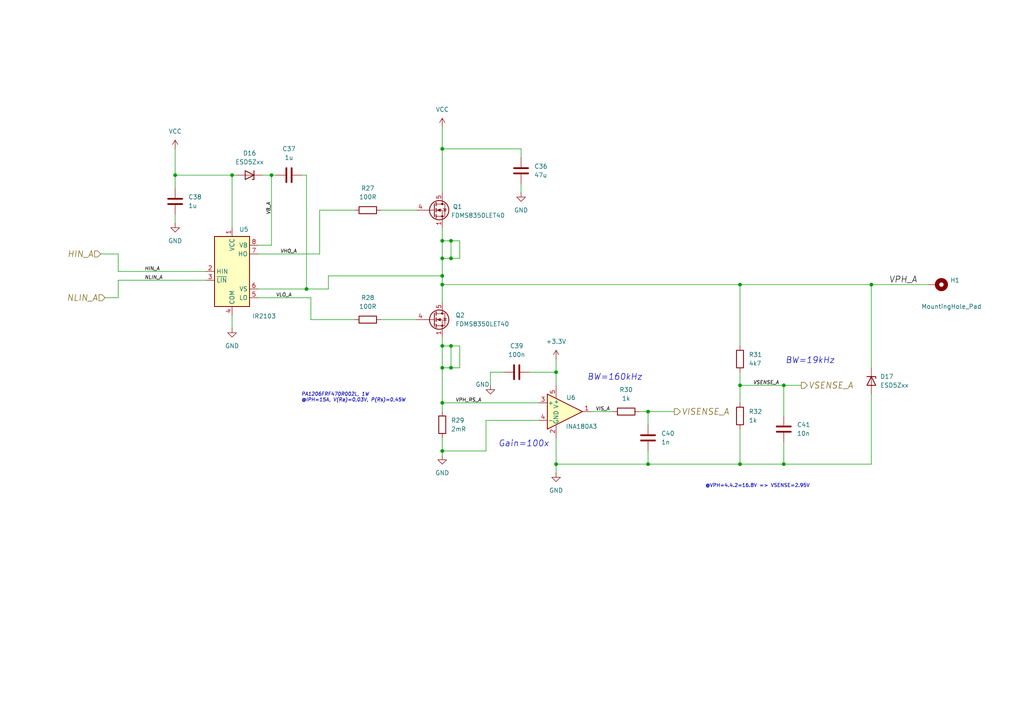
<source format=kicad_sch>
(kicad_sch
	(version 20231120)
	(generator "eeschema")
	(generator_version "8.0")
	(uuid "912faaba-386e-4420-9d1a-cd88c78b0f88")
	(paper "A4")
	(lib_symbols
		(symbol "Amplifier_Current:INA180A3"
			(pin_names
				(offset 0.127)
			)
			(exclude_from_sim no)
			(in_bom yes)
			(on_board yes)
			(property "Reference" "U"
				(at 3.81 3.81 0)
				(effects
					(font
						(size 1.27 1.27)
					)
					(justify left)
				)
			)
			(property "Value" "INA180A3"
				(at 3.81 -2.54 0)
				(effects
					(font
						(size 1.27 1.27)
					)
					(justify left)
				)
			)
			(property "Footprint" "Package_TO_SOT_SMD:SOT-23-5"
				(at 1.27 1.27 0)
				(effects
					(font
						(size 1.27 1.27)
					)
					(hide yes)
				)
			)
			(property "Datasheet" "http://www.ti.com/lit/ds/symlink/ina180.pdf"
				(at 3.81 3.81 0)
				(effects
					(font
						(size 1.27 1.27)
					)
					(hide yes)
				)
			)
			(property "Description" "Current Sense Amplifier, 1 Circuit, Rail-to-Rail, 26V, Gain 100 V/V, SOT-23-5"
				(at 0 0 0)
				(effects
					(font
						(size 1.27 1.27)
					)
					(hide yes)
				)
			)
			(property "ki_keywords" "current monitor shunt sensor"
				(at 0 0 0)
				(effects
					(font
						(size 1.27 1.27)
					)
					(hide yes)
				)
			)
			(property "ki_fp_filters" "SOT?23*"
				(at 0 0 0)
				(effects
					(font
						(size 1.27 1.27)
					)
					(hide yes)
				)
			)
			(symbol "INA180A3_0_1"
				(polyline
					(pts
						(xy 5.08 0) (xy -5.08 5.08) (xy -5.08 -5.08) (xy 5.08 0)
					)
					(stroke
						(width 0.254)
						(type default)
					)
					(fill
						(type background)
					)
				)
			)
			(symbol "INA180A3_1_1"
				(pin output line
					(at 7.62 0 180)
					(length 2.54)
					(name "~"
						(effects
							(font
								(size 1.27 1.27)
							)
						)
					)
					(number "1"
						(effects
							(font
								(size 1.27 1.27)
							)
						)
					)
				)
				(pin power_in line
					(at -2.54 -7.62 90)
					(length 3.81)
					(name "GND"
						(effects
							(font
								(size 1.27 1.27)
							)
						)
					)
					(number "2"
						(effects
							(font
								(size 1.27 1.27)
							)
						)
					)
				)
				(pin input line
					(at -7.62 2.54 0)
					(length 2.54)
					(name "+"
						(effects
							(font
								(size 1.27 1.27)
							)
						)
					)
					(number "3"
						(effects
							(font
								(size 1.27 1.27)
							)
						)
					)
				)
				(pin input line
					(at -7.62 -2.54 0)
					(length 2.54)
					(name "-"
						(effects
							(font
								(size 1.27 1.27)
							)
						)
					)
					(number "4"
						(effects
							(font
								(size 1.27 1.27)
							)
						)
					)
				)
				(pin power_in line
					(at -2.54 7.62 270)
					(length 3.81)
					(name "V+"
						(effects
							(font
								(size 1.27 1.27)
							)
						)
					)
					(number "5"
						(effects
							(font
								(size 1.27 1.27)
							)
						)
					)
				)
			)
		)
		(symbol "Device:C"
			(pin_numbers hide)
			(pin_names
				(offset 0.254)
			)
			(exclude_from_sim no)
			(in_bom yes)
			(on_board yes)
			(property "Reference" "C"
				(at 0.635 2.54 0)
				(effects
					(font
						(size 1.27 1.27)
					)
					(justify left)
				)
			)
			(property "Value" "C"
				(at 0.635 -2.54 0)
				(effects
					(font
						(size 1.27 1.27)
					)
					(justify left)
				)
			)
			(property "Footprint" ""
				(at 0.9652 -3.81 0)
				(effects
					(font
						(size 1.27 1.27)
					)
					(hide yes)
				)
			)
			(property "Datasheet" "~"
				(at 0 0 0)
				(effects
					(font
						(size 1.27 1.27)
					)
					(hide yes)
				)
			)
			(property "Description" "Unpolarized capacitor"
				(at 0 0 0)
				(effects
					(font
						(size 1.27 1.27)
					)
					(hide yes)
				)
			)
			(property "ki_keywords" "cap capacitor"
				(at 0 0 0)
				(effects
					(font
						(size 1.27 1.27)
					)
					(hide yes)
				)
			)
			(property "ki_fp_filters" "C_*"
				(at 0 0 0)
				(effects
					(font
						(size 1.27 1.27)
					)
					(hide yes)
				)
			)
			(symbol "C_0_1"
				(polyline
					(pts
						(xy -2.032 -0.762) (xy 2.032 -0.762)
					)
					(stroke
						(width 0.508)
						(type default)
					)
					(fill
						(type none)
					)
				)
				(polyline
					(pts
						(xy -2.032 0.762) (xy 2.032 0.762)
					)
					(stroke
						(width 0.508)
						(type default)
					)
					(fill
						(type none)
					)
				)
			)
			(symbol "C_1_1"
				(pin passive line
					(at 0 3.81 270)
					(length 2.794)
					(name "~"
						(effects
							(font
								(size 1.27 1.27)
							)
						)
					)
					(number "1"
						(effects
							(font
								(size 1.27 1.27)
							)
						)
					)
				)
				(pin passive line
					(at 0 -3.81 90)
					(length 2.794)
					(name "~"
						(effects
							(font
								(size 1.27 1.27)
							)
						)
					)
					(number "2"
						(effects
							(font
								(size 1.27 1.27)
							)
						)
					)
				)
			)
		)
		(symbol "Device:R"
			(pin_numbers hide)
			(pin_names
				(offset 0)
			)
			(exclude_from_sim no)
			(in_bom yes)
			(on_board yes)
			(property "Reference" "R"
				(at 2.032 0 90)
				(effects
					(font
						(size 1.27 1.27)
					)
				)
			)
			(property "Value" "R"
				(at 0 0 90)
				(effects
					(font
						(size 1.27 1.27)
					)
				)
			)
			(property "Footprint" ""
				(at -1.778 0 90)
				(effects
					(font
						(size 1.27 1.27)
					)
					(hide yes)
				)
			)
			(property "Datasheet" "~"
				(at 0 0 0)
				(effects
					(font
						(size 1.27 1.27)
					)
					(hide yes)
				)
			)
			(property "Description" "Resistor"
				(at 0 0 0)
				(effects
					(font
						(size 1.27 1.27)
					)
					(hide yes)
				)
			)
			(property "ki_keywords" "R res resistor"
				(at 0 0 0)
				(effects
					(font
						(size 1.27 1.27)
					)
					(hide yes)
				)
			)
			(property "ki_fp_filters" "R_*"
				(at 0 0 0)
				(effects
					(font
						(size 1.27 1.27)
					)
					(hide yes)
				)
			)
			(symbol "R_0_1"
				(rectangle
					(start -1.016 -2.54)
					(end 1.016 2.54)
					(stroke
						(width 0.254)
						(type default)
					)
					(fill
						(type none)
					)
				)
			)
			(symbol "R_1_1"
				(pin passive line
					(at 0 3.81 270)
					(length 1.27)
					(name "~"
						(effects
							(font
								(size 1.27 1.27)
							)
						)
					)
					(number "1"
						(effects
							(font
								(size 1.27 1.27)
							)
						)
					)
				)
				(pin passive line
					(at 0 -3.81 90)
					(length 1.27)
					(name "~"
						(effects
							(font
								(size 1.27 1.27)
							)
						)
					)
					(number "2"
						(effects
							(font
								(size 1.27 1.27)
							)
						)
					)
				)
			)
		)
		(symbol "Diode:ESD5Zxx"
			(pin_numbers hide)
			(pin_names hide)
			(exclude_from_sim no)
			(in_bom yes)
			(on_board yes)
			(property "Reference" "D"
				(at 0 2.54 0)
				(effects
					(font
						(size 1.27 1.27)
					)
				)
			)
			(property "Value" "ESD5Zxx"
				(at 0 -2.54 0)
				(effects
					(font
						(size 1.27 1.27)
					)
				)
			)
			(property "Footprint" "Diode_SMD:D_SOD-523"
				(at 0 -4.445 0)
				(effects
					(font
						(size 1.27 1.27)
					)
					(hide yes)
				)
			)
			(property "Datasheet" "https://www.onsemi.com/pdf/datasheet/esd5z2.5t1-d.pdf"
				(at 0 0 0)
				(effects
					(font
						(size 1.27 1.27)
					)
					(hide yes)
				)
			)
			(property "Description" "ESD Protection Diode, SOD-523"
				(at 0 0 0)
				(effects
					(font
						(size 1.27 1.27)
					)
					(hide yes)
				)
			)
			(property "ki_keywords" "esd tvs unidirectional diode"
				(at 0 0 0)
				(effects
					(font
						(size 1.27 1.27)
					)
					(hide yes)
				)
			)
			(property "ki_fp_filters" "D?SOD?523*"
				(at 0 0 0)
				(effects
					(font
						(size 1.27 1.27)
					)
					(hide yes)
				)
			)
			(symbol "ESD5Zxx_0_1"
				(polyline
					(pts
						(xy 1.27 0) (xy -1.27 0)
					)
					(stroke
						(width 0)
						(type default)
					)
					(fill
						(type none)
					)
				)
				(polyline
					(pts
						(xy -1.27 -1.27) (xy -1.27 1.27) (xy -0.762 1.27)
					)
					(stroke
						(width 0.254)
						(type default)
					)
					(fill
						(type none)
					)
				)
				(polyline
					(pts
						(xy 1.27 -1.27) (xy 1.27 1.27) (xy -1.27 0) (xy 1.27 -1.27)
					)
					(stroke
						(width 0.254)
						(type default)
					)
					(fill
						(type none)
					)
				)
			)
			(symbol "ESD5Zxx_1_1"
				(pin passive line
					(at -3.81 0 0)
					(length 2.54)
					(name "K"
						(effects
							(font
								(size 1.27 1.27)
							)
						)
					)
					(number "1"
						(effects
							(font
								(size 1.27 1.27)
							)
						)
					)
				)
				(pin passive line
					(at 3.81 0 180)
					(length 2.54)
					(name "A"
						(effects
							(font
								(size 1.27 1.27)
							)
						)
					)
					(number "2"
						(effects
							(font
								(size 1.27 1.27)
							)
						)
					)
				)
			)
		)
		(symbol "Driver_FET:IR2103"
			(exclude_from_sim no)
			(in_bom yes)
			(on_board yes)
			(property "Reference" "U"
				(at 1.27 13.335 0)
				(effects
					(font
						(size 1.27 1.27)
					)
					(justify left)
				)
			)
			(property "Value" "IR2103"
				(at 1.27 11.43 0)
				(effects
					(font
						(size 1.27 1.27)
					)
					(justify left)
				)
			)
			(property "Footprint" ""
				(at 0 0 0)
				(effects
					(font
						(size 1.27 1.27)
						(italic yes)
					)
					(hide yes)
				)
			)
			(property "Datasheet" "https://www.infineon.com/dgdl/ir2103.pdf?fileId=5546d462533600a4015355c7b54b166f"
				(at 0 0 0)
				(effects
					(font
						(size 1.27 1.27)
					)
					(hide yes)
				)
			)
			(property "Description" "Half-Bridge Driver, 600V, 210/360mA, PDIP-8/SOIC-8"
				(at 0 0 0)
				(effects
					(font
						(size 1.27 1.27)
					)
					(hide yes)
				)
			)
			(property "ki_keywords" "Gate Driver"
				(at 0 0 0)
				(effects
					(font
						(size 1.27 1.27)
					)
					(hide yes)
				)
			)
			(property "ki_fp_filters" "SOIC*3.9x4.9mm*P1.27mm* DIP*W7.62mm*"
				(at 0 0 0)
				(effects
					(font
						(size 1.27 1.27)
					)
					(hide yes)
				)
			)
			(symbol "IR2103_0_1"
				(rectangle
					(start -5.08 -10.16)
					(end 5.08 10.16)
					(stroke
						(width 0.254)
						(type default)
					)
					(fill
						(type background)
					)
				)
			)
			(symbol "IR2103_1_1"
				(pin power_in line
					(at 0 12.7 270)
					(length 2.54)
					(name "VCC"
						(effects
							(font
								(size 1.27 1.27)
							)
						)
					)
					(number "1"
						(effects
							(font
								(size 1.27 1.27)
							)
						)
					)
				)
				(pin input line
					(at -7.62 0 0)
					(length 2.54)
					(name "HIN"
						(effects
							(font
								(size 1.27 1.27)
							)
						)
					)
					(number "2"
						(effects
							(font
								(size 1.27 1.27)
							)
						)
					)
				)
				(pin input line
					(at -7.62 -2.54 0)
					(length 2.54)
					(name "~{LIN}"
						(effects
							(font
								(size 1.27 1.27)
							)
						)
					)
					(number "3"
						(effects
							(font
								(size 1.27 1.27)
							)
						)
					)
				)
				(pin power_in line
					(at 0 -12.7 90)
					(length 2.54)
					(name "COM"
						(effects
							(font
								(size 1.27 1.27)
							)
						)
					)
					(number "4"
						(effects
							(font
								(size 1.27 1.27)
							)
						)
					)
				)
				(pin output line
					(at 7.62 -7.62 180)
					(length 2.54)
					(name "LO"
						(effects
							(font
								(size 1.27 1.27)
							)
						)
					)
					(number "5"
						(effects
							(font
								(size 1.27 1.27)
							)
						)
					)
				)
				(pin passive line
					(at 7.62 -5.08 180)
					(length 2.54)
					(name "VS"
						(effects
							(font
								(size 1.27 1.27)
							)
						)
					)
					(number "6"
						(effects
							(font
								(size 1.27 1.27)
							)
						)
					)
				)
				(pin output line
					(at 7.62 5.08 180)
					(length 2.54)
					(name "HO"
						(effects
							(font
								(size 1.27 1.27)
							)
						)
					)
					(number "7"
						(effects
							(font
								(size 1.27 1.27)
							)
						)
					)
				)
				(pin passive line
					(at 7.62 7.62 180)
					(length 2.54)
					(name "VB"
						(effects
							(font
								(size 1.27 1.27)
							)
						)
					)
					(number "8"
						(effects
							(font
								(size 1.27 1.27)
							)
						)
					)
				)
			)
		)
		(symbol "Mechanical:MountingHole_Pad"
			(pin_numbers hide)
			(pin_names
				(offset 1.016) hide)
			(exclude_from_sim yes)
			(in_bom no)
			(on_board yes)
			(property "Reference" "H"
				(at 0 6.35 0)
				(effects
					(font
						(size 1.27 1.27)
					)
				)
			)
			(property "Value" "MountingHole_Pad"
				(at 0 4.445 0)
				(effects
					(font
						(size 1.27 1.27)
					)
				)
			)
			(property "Footprint" ""
				(at 0 0 0)
				(effects
					(font
						(size 1.27 1.27)
					)
					(hide yes)
				)
			)
			(property "Datasheet" "~"
				(at 0 0 0)
				(effects
					(font
						(size 1.27 1.27)
					)
					(hide yes)
				)
			)
			(property "Description" "Mounting Hole with connection"
				(at 0 0 0)
				(effects
					(font
						(size 1.27 1.27)
					)
					(hide yes)
				)
			)
			(property "ki_keywords" "mounting hole"
				(at 0 0 0)
				(effects
					(font
						(size 1.27 1.27)
					)
					(hide yes)
				)
			)
			(property "ki_fp_filters" "MountingHole*Pad*"
				(at 0 0 0)
				(effects
					(font
						(size 1.27 1.27)
					)
					(hide yes)
				)
			)
			(symbol "MountingHole_Pad_0_1"
				(circle
					(center 0 1.27)
					(radius 1.27)
					(stroke
						(width 1.27)
						(type default)
					)
					(fill
						(type none)
					)
				)
			)
			(symbol "MountingHole_Pad_1_1"
				(pin input line
					(at 0 -2.54 90)
					(length 2.54)
					(name "1"
						(effects
							(font
								(size 1.27 1.27)
							)
						)
					)
					(number "1"
						(effects
							(font
								(size 1.27 1.27)
							)
						)
					)
				)
			)
		)
		(symbol "Transistor_FET:FDMS8350LET40"
			(pin_names hide)
			(exclude_from_sim no)
			(in_bom yes)
			(on_board yes)
			(property "Reference" "Q"
				(at 5.08 1.905 0)
				(effects
					(font
						(size 1.27 1.27)
					)
					(justify left)
				)
			)
			(property "Value" "FDMS8350LET40"
				(at 5.08 0 0)
				(effects
					(font
						(size 1.27 1.27)
					)
					(justify left)
				)
			)
			(property "Footprint" "Package_TO_SOT_SMD:TDSON-8-1"
				(at 5.08 -1.905 0)
				(effects
					(font
						(size 1.27 1.27)
						(italic yes)
					)
					(justify left)
					(hide yes)
				)
			)
			(property "Datasheet" "https://www.onsemi.com/pub/Collateral/FDMS8350LET40-D.pdf"
				(at 5.08 -3.81 0)
				(effects
					(font
						(size 1.27 1.27)
					)
					(justify left)
					(hide yes)
				)
			)
			(property "Description" "49A Id, 40V Vds, N-Channel PowerTrench MOSFET, 0.85mOhm Ron, 242nC Qgmax, -55 to 175 °C, 5x6mm SON8"
				(at 0 0 0)
				(effects
					(font
						(size 1.27 1.27)
					)
					(hide yes)
				)
			)
			(property "ki_keywords" "powertrench-MOSFET MOSFET fairchild"
				(at 0 0 0)
				(effects
					(font
						(size 1.27 1.27)
					)
					(hide yes)
				)
			)
			(property "ki_fp_filters" "TDSON*"
				(at 0 0 0)
				(effects
					(font
						(size 1.27 1.27)
					)
					(hide yes)
				)
			)
			(symbol "FDMS8350LET40_0_1"
				(polyline
					(pts
						(xy 0.254 0) (xy -2.54 0)
					)
					(stroke
						(width 0)
						(type default)
					)
					(fill
						(type none)
					)
				)
				(polyline
					(pts
						(xy 0.254 1.905) (xy 0.254 -1.905)
					)
					(stroke
						(width 0.254)
						(type default)
					)
					(fill
						(type none)
					)
				)
				(polyline
					(pts
						(xy 0.762 -1.27) (xy 0.762 -2.286)
					)
					(stroke
						(width 0.254)
						(type default)
					)
					(fill
						(type none)
					)
				)
				(polyline
					(pts
						(xy 0.762 0.508) (xy 0.762 -0.508)
					)
					(stroke
						(width 0.254)
						(type default)
					)
					(fill
						(type none)
					)
				)
				(polyline
					(pts
						(xy 0.762 2.286) (xy 0.762 1.27)
					)
					(stroke
						(width 0.254)
						(type default)
					)
					(fill
						(type none)
					)
				)
				(polyline
					(pts
						(xy 2.54 2.54) (xy 2.54 1.778)
					)
					(stroke
						(width 0)
						(type default)
					)
					(fill
						(type none)
					)
				)
				(polyline
					(pts
						(xy 2.54 -2.54) (xy 2.54 0) (xy 0.762 0)
					)
					(stroke
						(width 0)
						(type default)
					)
					(fill
						(type none)
					)
				)
				(polyline
					(pts
						(xy 0.762 -1.778) (xy 3.302 -1.778) (xy 3.302 1.778) (xy 0.762 1.778)
					)
					(stroke
						(width 0)
						(type default)
					)
					(fill
						(type none)
					)
				)
				(polyline
					(pts
						(xy 1.016 0) (xy 2.032 0.381) (xy 2.032 -0.381) (xy 1.016 0)
					)
					(stroke
						(width 0)
						(type default)
					)
					(fill
						(type outline)
					)
				)
				(polyline
					(pts
						(xy 2.794 0.508) (xy 2.921 0.381) (xy 3.683 0.381) (xy 3.81 0.254)
					)
					(stroke
						(width 0)
						(type default)
					)
					(fill
						(type none)
					)
				)
				(polyline
					(pts
						(xy 3.302 0.381) (xy 2.921 -0.254) (xy 3.683 -0.254) (xy 3.302 0.381)
					)
					(stroke
						(width 0)
						(type default)
					)
					(fill
						(type none)
					)
				)
				(circle
					(center 1.651 0)
					(radius 2.794)
					(stroke
						(width 0.254)
						(type default)
					)
					(fill
						(type none)
					)
				)
				(circle
					(center 2.54 -1.778)
					(radius 0.254)
					(stroke
						(width 0)
						(type default)
					)
					(fill
						(type outline)
					)
				)
				(circle
					(center 2.54 1.778)
					(radius 0.254)
					(stroke
						(width 0)
						(type default)
					)
					(fill
						(type outline)
					)
				)
			)
			(symbol "FDMS8350LET40_1_1"
				(pin passive line
					(at 2.54 -5.08 90)
					(length 2.54)
					(name "S"
						(effects
							(font
								(size 1.27 1.27)
							)
						)
					)
					(number "1"
						(effects
							(font
								(size 1.27 1.27)
							)
						)
					)
				)
				(pin passive line
					(at 2.54 -5.08 90)
					(length 2.54) hide
					(name "S"
						(effects
							(font
								(size 1.27 1.27)
							)
						)
					)
					(number "2"
						(effects
							(font
								(size 1.27 1.27)
							)
						)
					)
				)
				(pin passive line
					(at 2.54 -5.08 90)
					(length 2.54) hide
					(name "S"
						(effects
							(font
								(size 1.27 1.27)
							)
						)
					)
					(number "3"
						(effects
							(font
								(size 1.27 1.27)
							)
						)
					)
				)
				(pin passive line
					(at -5.08 0 0)
					(length 2.54)
					(name "G"
						(effects
							(font
								(size 1.27 1.27)
							)
						)
					)
					(number "4"
						(effects
							(font
								(size 1.27 1.27)
							)
						)
					)
				)
				(pin passive line
					(at 2.54 5.08 270)
					(length 2.54)
					(name "D"
						(effects
							(font
								(size 1.27 1.27)
							)
						)
					)
					(number "5"
						(effects
							(font
								(size 1.27 1.27)
							)
						)
					)
				)
			)
		)
		(symbol "power:+3.3V"
			(power)
			(pin_numbers hide)
			(pin_names
				(offset 0) hide)
			(exclude_from_sim no)
			(in_bom yes)
			(on_board yes)
			(property "Reference" "#PWR"
				(at 0 -3.81 0)
				(effects
					(font
						(size 1.27 1.27)
					)
					(hide yes)
				)
			)
			(property "Value" "+3.3V"
				(at 0 3.556 0)
				(effects
					(font
						(size 1.27 1.27)
					)
				)
			)
			(property "Footprint" ""
				(at 0 0 0)
				(effects
					(font
						(size 1.27 1.27)
					)
					(hide yes)
				)
			)
			(property "Datasheet" ""
				(at 0 0 0)
				(effects
					(font
						(size 1.27 1.27)
					)
					(hide yes)
				)
			)
			(property "Description" "Power symbol creates a global label with name \"+3.3V\""
				(at 0 0 0)
				(effects
					(font
						(size 1.27 1.27)
					)
					(hide yes)
				)
			)
			(property "ki_keywords" "global power"
				(at 0 0 0)
				(effects
					(font
						(size 1.27 1.27)
					)
					(hide yes)
				)
			)
			(symbol "+3.3V_0_1"
				(polyline
					(pts
						(xy -0.762 1.27) (xy 0 2.54)
					)
					(stroke
						(width 0)
						(type default)
					)
					(fill
						(type none)
					)
				)
				(polyline
					(pts
						(xy 0 0) (xy 0 2.54)
					)
					(stroke
						(width 0)
						(type default)
					)
					(fill
						(type none)
					)
				)
				(polyline
					(pts
						(xy 0 2.54) (xy 0.762 1.27)
					)
					(stroke
						(width 0)
						(type default)
					)
					(fill
						(type none)
					)
				)
			)
			(symbol "+3.3V_1_1"
				(pin power_in line
					(at 0 0 90)
					(length 0)
					(name "~"
						(effects
							(font
								(size 1.27 1.27)
							)
						)
					)
					(number "1"
						(effects
							(font
								(size 1.27 1.27)
							)
						)
					)
				)
			)
		)
		(symbol "power:GND"
			(power)
			(pin_numbers hide)
			(pin_names
				(offset 0) hide)
			(exclude_from_sim no)
			(in_bom yes)
			(on_board yes)
			(property "Reference" "#PWR"
				(at 0 -6.35 0)
				(effects
					(font
						(size 1.27 1.27)
					)
					(hide yes)
				)
			)
			(property "Value" "GND"
				(at 0 -3.81 0)
				(effects
					(font
						(size 1.27 1.27)
					)
				)
			)
			(property "Footprint" ""
				(at 0 0 0)
				(effects
					(font
						(size 1.27 1.27)
					)
					(hide yes)
				)
			)
			(property "Datasheet" ""
				(at 0 0 0)
				(effects
					(font
						(size 1.27 1.27)
					)
					(hide yes)
				)
			)
			(property "Description" "Power symbol creates a global label with name \"GND\" , ground"
				(at 0 0 0)
				(effects
					(font
						(size 1.27 1.27)
					)
					(hide yes)
				)
			)
			(property "ki_keywords" "global power"
				(at 0 0 0)
				(effects
					(font
						(size 1.27 1.27)
					)
					(hide yes)
				)
			)
			(symbol "GND_0_1"
				(polyline
					(pts
						(xy 0 0) (xy 0 -1.27) (xy 1.27 -1.27) (xy 0 -2.54) (xy -1.27 -1.27) (xy 0 -1.27)
					)
					(stroke
						(width 0)
						(type default)
					)
					(fill
						(type none)
					)
				)
			)
			(symbol "GND_1_1"
				(pin power_in line
					(at 0 0 270)
					(length 0)
					(name "~"
						(effects
							(font
								(size 1.27 1.27)
							)
						)
					)
					(number "1"
						(effects
							(font
								(size 1.27 1.27)
							)
						)
					)
				)
			)
		)
		(symbol "power:VCC"
			(power)
			(pin_numbers hide)
			(pin_names
				(offset 0) hide)
			(exclude_from_sim no)
			(in_bom yes)
			(on_board yes)
			(property "Reference" "#PWR"
				(at 0 -3.81 0)
				(effects
					(font
						(size 1.27 1.27)
					)
					(hide yes)
				)
			)
			(property "Value" "VCC"
				(at 0 3.556 0)
				(effects
					(font
						(size 1.27 1.27)
					)
				)
			)
			(property "Footprint" ""
				(at 0 0 0)
				(effects
					(font
						(size 1.27 1.27)
					)
					(hide yes)
				)
			)
			(property "Datasheet" ""
				(at 0 0 0)
				(effects
					(font
						(size 1.27 1.27)
					)
					(hide yes)
				)
			)
			(property "Description" "Power symbol creates a global label with name \"VCC\""
				(at 0 0 0)
				(effects
					(font
						(size 1.27 1.27)
					)
					(hide yes)
				)
			)
			(property "ki_keywords" "global power"
				(at 0 0 0)
				(effects
					(font
						(size 1.27 1.27)
					)
					(hide yes)
				)
			)
			(symbol "VCC_0_1"
				(polyline
					(pts
						(xy -0.762 1.27) (xy 0 2.54)
					)
					(stroke
						(width 0)
						(type default)
					)
					(fill
						(type none)
					)
				)
				(polyline
					(pts
						(xy 0 0) (xy 0 2.54)
					)
					(stroke
						(width 0)
						(type default)
					)
					(fill
						(type none)
					)
				)
				(polyline
					(pts
						(xy 0 2.54) (xy 0.762 1.27)
					)
					(stroke
						(width 0)
						(type default)
					)
					(fill
						(type none)
					)
				)
			)
			(symbol "VCC_1_1"
				(pin power_in line
					(at 0 0 90)
					(length 0)
					(name "~"
						(effects
							(font
								(size 1.27 1.27)
							)
						)
					)
					(number "1"
						(effects
							(font
								(size 1.27 1.27)
							)
						)
					)
				)
			)
		)
	)
	(junction
		(at 214.63 82.55)
		(diameter 0)
		(color 0 0 0 0)
		(uuid "04dba79f-7f88-42f9-bdc9-5c11c88d48ef")
	)
	(junction
		(at 227.33 134.62)
		(diameter 0)
		(color 0 0 0 0)
		(uuid "0baca0c4-bb00-4a80-8aa8-f3ded5880dfd")
	)
	(junction
		(at 128.27 69.85)
		(diameter 0)
		(color 0 0 0 0)
		(uuid "11ab2009-1862-4b61-9947-fddbc3296149")
	)
	(junction
		(at 130.81 74.93)
		(diameter 0)
		(color 0 0 0 0)
		(uuid "20780e73-7874-4f86-b3b4-bb708ec68277")
	)
	(junction
		(at 227.33 111.76)
		(diameter 0)
		(color 0 0 0 0)
		(uuid "2c990699-f866-467e-be29-8d9b2ae36e29")
	)
	(junction
		(at 128.27 74.93)
		(diameter 0)
		(color 0 0 0 0)
		(uuid "371aa227-3426-45a7-831d-023e33eb8fcb")
	)
	(junction
		(at 214.63 134.62)
		(diameter 0)
		(color 0 0 0 0)
		(uuid "4c5d6232-d724-496a-8324-71ec334e70f9")
	)
	(junction
		(at 214.63 111.76)
		(diameter 0)
		(color 0 0 0 0)
		(uuid "56093bf6-d134-4a26-b93c-925686d96ba9")
	)
	(junction
		(at 128.27 82.55)
		(diameter 0)
		(color 0 0 0 0)
		(uuid "573b3f15-103a-4439-a9fd-2578af498f7b")
	)
	(junction
		(at 187.96 134.62)
		(diameter 0)
		(color 0 0 0 0)
		(uuid "6481f229-d764-4683-9f44-282d05078214")
	)
	(junction
		(at 130.81 100.33)
		(diameter 0)
		(color 0 0 0 0)
		(uuid "6884c319-8194-48be-8a4b-90de7d347d8d")
	)
	(junction
		(at 128.27 106.68)
		(diameter 0)
		(color 0 0 0 0)
		(uuid "68bc166a-8e12-46b6-89fe-91b7faffe8be")
	)
	(junction
		(at 252.73 82.55)
		(diameter 0)
		(color 0 0 0 0)
		(uuid "751117d2-a1b2-4abb-8517-fd73a8661083")
	)
	(junction
		(at 50.8 50.8)
		(diameter 0)
		(color 0 0 0 0)
		(uuid "7e3a30f2-17e3-4888-93f1-c910e6d4936a")
	)
	(junction
		(at 130.81 106.68)
		(diameter 0)
		(color 0 0 0 0)
		(uuid "82e6ca36-e4ef-4dfc-ac48-7fa3a1a824f9")
	)
	(junction
		(at 161.29 107.95)
		(diameter 0)
		(color 0 0 0 0)
		(uuid "ae218211-1fde-4f47-8bd9-3c275864051a")
	)
	(junction
		(at 128.27 100.33)
		(diameter 0)
		(color 0 0 0 0)
		(uuid "aff94fc6-48bc-4dc3-87ff-89a94bd004a9")
	)
	(junction
		(at 128.27 116.84)
		(diameter 0)
		(color 0 0 0 0)
		(uuid "b043ac12-b0bf-4004-b803-9e0c031952b4")
	)
	(junction
		(at 67.31 50.8)
		(diameter 0)
		(color 0 0 0 0)
		(uuid "be975067-7148-4565-a4d0-9522fcabc609")
	)
	(junction
		(at 130.81 69.85)
		(diameter 0)
		(color 0 0 0 0)
		(uuid "d22e7486-7386-4b3e-954f-d7a6dc182578")
	)
	(junction
		(at 161.29 134.62)
		(diameter 0)
		(color 0 0 0 0)
		(uuid "d499a13a-734f-4a87-9440-16d34aad12e4")
	)
	(junction
		(at 187.96 119.38)
		(diameter 0)
		(color 0 0 0 0)
		(uuid "d6168a5c-5ab9-4a8e-a10f-6c9edfdac1b3")
	)
	(junction
		(at 128.27 43.18)
		(diameter 0)
		(color 0 0 0 0)
		(uuid "dd0cf6e2-4b19-48f1-b207-382ec63c20c8")
	)
	(junction
		(at 78.74 50.8)
		(diameter 0)
		(color 0 0 0 0)
		(uuid "e1c79a92-8660-423d-96bc-fd0569b5f9cb")
	)
	(junction
		(at 128.27 130.81)
		(diameter 0)
		(color 0 0 0 0)
		(uuid "e5d78788-b6eb-4c23-ba2c-23f0d8174ac9")
	)
	(junction
		(at 128.27 80.01)
		(diameter 0)
		(color 0 0 0 0)
		(uuid "e6476d71-d447-4e5c-81fc-e878940c4d14")
	)
	(junction
		(at 88.9 83.82)
		(diameter 0)
		(color 0 0 0 0)
		(uuid "faa36cb0-9e93-483e-973f-45d1a41d2329")
	)
	(wire
		(pts
			(xy 133.35 69.85) (xy 133.35 74.93)
		)
		(stroke
			(width 0)
			(type default)
		)
		(uuid "0027f1d8-c208-4341-a001-a9aa26a8c9c9")
	)
	(wire
		(pts
			(xy 252.73 82.55) (xy 252.73 106.68)
		)
		(stroke
			(width 0)
			(type default)
		)
		(uuid "0198b91f-f205-41ce-92fc-73002cc81126")
	)
	(wire
		(pts
			(xy 128.27 43.18) (xy 128.27 55.88)
		)
		(stroke
			(width 0)
			(type default)
		)
		(uuid "02e077ea-34b0-4e95-8c20-c13af4a5034c")
	)
	(wire
		(pts
			(xy 50.8 54.61) (xy 50.8 50.8)
		)
		(stroke
			(width 0)
			(type default)
		)
		(uuid "0a2c4afc-5597-456a-b0da-cc4d6f957691")
	)
	(wire
		(pts
			(xy 187.96 130.81) (xy 187.96 134.62)
		)
		(stroke
			(width 0)
			(type default)
		)
		(uuid "0a9c9083-0d15-46a5-86ba-a24c0cbe107a")
	)
	(wire
		(pts
			(xy 67.31 91.44) (xy 67.31 95.25)
		)
		(stroke
			(width 0)
			(type default)
		)
		(uuid "0ab3340d-45c4-4693-82dc-118a6b1a597e")
	)
	(wire
		(pts
			(xy 171.45 119.38) (xy 177.8 119.38)
		)
		(stroke
			(width 0)
			(type default)
		)
		(uuid "11330735-df48-4335-9822-2185de671994")
	)
	(wire
		(pts
			(xy 161.29 104.14) (xy 161.29 107.95)
		)
		(stroke
			(width 0)
			(type default)
		)
		(uuid "11e842b2-9078-4b7f-a033-087cb9d49546")
	)
	(wire
		(pts
			(xy 78.74 50.8) (xy 80.01 50.8)
		)
		(stroke
			(width 0)
			(type default)
		)
		(uuid "19e2b48d-a8e6-4681-8bd6-3883cbf631fe")
	)
	(wire
		(pts
			(xy 128.27 100.33) (xy 130.81 100.33)
		)
		(stroke
			(width 0)
			(type default)
		)
		(uuid "1a8c6776-90c5-4a11-aa3c-80709f643938")
	)
	(wire
		(pts
			(xy 110.49 92.71) (xy 120.65 92.71)
		)
		(stroke
			(width 0)
			(type default)
		)
		(uuid "1abc661d-84e7-48ee-9984-52c3e4cc10cd")
	)
	(wire
		(pts
			(xy 187.96 119.38) (xy 195.58 119.38)
		)
		(stroke
			(width 0)
			(type default)
		)
		(uuid "22e4e82f-98c0-40e6-b21a-83ac6ed4200e")
	)
	(wire
		(pts
			(xy 185.42 119.38) (xy 187.96 119.38)
		)
		(stroke
			(width 0)
			(type default)
		)
		(uuid "2686b657-6247-4c9b-9831-918e57e6e987")
	)
	(wire
		(pts
			(xy 130.81 69.85) (xy 133.35 69.85)
		)
		(stroke
			(width 0)
			(type default)
		)
		(uuid "280021c8-05e2-43d6-b5c5-a572ab89a378")
	)
	(wire
		(pts
			(xy 128.27 116.84) (xy 128.27 119.38)
		)
		(stroke
			(width 0)
			(type default)
		)
		(uuid "284aea7d-af51-40ab-8e96-e3e76d30521c")
	)
	(wire
		(pts
			(xy 214.63 111.76) (xy 227.33 111.76)
		)
		(stroke
			(width 0)
			(type default)
		)
		(uuid "2aba4e9e-bcc9-4a28-8f0a-0dce58cc72d0")
	)
	(wire
		(pts
			(xy 128.27 82.55) (xy 214.63 82.55)
		)
		(stroke
			(width 0)
			(type default)
		)
		(uuid "3623f28d-d213-4445-8fcf-cb81ba152ef8")
	)
	(wire
		(pts
			(xy 128.27 100.33) (xy 128.27 106.68)
		)
		(stroke
			(width 0)
			(type default)
		)
		(uuid "3730558a-caf5-47db-b8df-c67420392559")
	)
	(wire
		(pts
			(xy 161.29 111.76) (xy 161.29 107.95)
		)
		(stroke
			(width 0)
			(type default)
		)
		(uuid "3a4a1039-4d9a-4bc1-b228-d5714212dc6d")
	)
	(wire
		(pts
			(xy 74.93 86.36) (xy 90.17 86.36)
		)
		(stroke
			(width 0)
			(type default)
		)
		(uuid "3adecc30-a36b-4741-9ccd-ccad5c59c7af")
	)
	(wire
		(pts
			(xy 128.27 130.81) (xy 128.27 132.08)
		)
		(stroke
			(width 0)
			(type default)
		)
		(uuid "3ba4b908-c4a7-4840-938d-8c6b9049a15c")
	)
	(wire
		(pts
			(xy 130.81 69.85) (xy 130.81 74.93)
		)
		(stroke
			(width 0)
			(type default)
		)
		(uuid "3e1e6e05-79df-48f3-b6bf-9b16ca3cc692")
	)
	(wire
		(pts
			(xy 151.13 53.34) (xy 151.13 55.88)
		)
		(stroke
			(width 0)
			(type default)
		)
		(uuid "4544db95-a781-4a08-9eb6-a65a380349db")
	)
	(wire
		(pts
			(xy 133.35 106.68) (xy 130.81 106.68)
		)
		(stroke
			(width 0)
			(type default)
		)
		(uuid "46d75579-5443-4c09-b68c-6ebbea5d676f")
	)
	(wire
		(pts
			(xy 95.25 80.01) (xy 128.27 80.01)
		)
		(stroke
			(width 0)
			(type default)
		)
		(uuid "481a7780-c971-4275-9309-fed77f4702d4")
	)
	(wire
		(pts
			(xy 214.63 82.55) (xy 252.73 82.55)
		)
		(stroke
			(width 0)
			(type default)
		)
		(uuid "4a6bd8e4-e7b5-49fb-84e5-08697bbb177b")
	)
	(wire
		(pts
			(xy 130.81 100.33) (xy 130.81 106.68)
		)
		(stroke
			(width 0)
			(type default)
		)
		(uuid "4bb78f19-9dfb-4cd8-a67e-67b6e3e0bf7e")
	)
	(wire
		(pts
			(xy 128.27 127) (xy 128.27 130.81)
		)
		(stroke
			(width 0)
			(type default)
		)
		(uuid "4bec0368-87ba-4ad8-b7d2-6e7cfb881bed")
	)
	(wire
		(pts
			(xy 133.35 100.33) (xy 133.35 106.68)
		)
		(stroke
			(width 0)
			(type default)
		)
		(uuid "4e65d302-4c4e-4944-a999-09d7062f696f")
	)
	(wire
		(pts
			(xy 128.27 82.55) (xy 128.27 87.63)
		)
		(stroke
			(width 0)
			(type default)
		)
		(uuid "4fb190ee-8966-4851-9ee0-90b824860e89")
	)
	(wire
		(pts
			(xy 34.29 78.74) (xy 59.69 78.74)
		)
		(stroke
			(width 0)
			(type default)
		)
		(uuid "564c41c5-4784-4b81-aac8-451a14810136")
	)
	(wire
		(pts
			(xy 161.29 127) (xy 161.29 134.62)
		)
		(stroke
			(width 0)
			(type default)
		)
		(uuid "58556aaa-b569-4e7f-a8e3-ff5419fece2e")
	)
	(wire
		(pts
			(xy 50.8 43.18) (xy 50.8 50.8)
		)
		(stroke
			(width 0)
			(type default)
		)
		(uuid "5924718e-c145-48ec-bcd4-8fd3e672e061")
	)
	(wire
		(pts
			(xy 156.21 121.92) (xy 140.97 121.92)
		)
		(stroke
			(width 0)
			(type default)
		)
		(uuid "5a58f4cb-43e9-4605-948a-b970ec98c999")
	)
	(wire
		(pts
			(xy 50.8 62.23) (xy 50.8 64.77)
		)
		(stroke
			(width 0)
			(type default)
		)
		(uuid "5bb1ebe5-f70c-421c-be87-a2dd260da5ee")
	)
	(wire
		(pts
			(xy 214.63 107.95) (xy 214.63 111.76)
		)
		(stroke
			(width 0)
			(type default)
		)
		(uuid "5db9077b-3641-4633-a946-3bee76f21975")
	)
	(wire
		(pts
			(xy 161.29 107.95) (xy 153.67 107.95)
		)
		(stroke
			(width 0)
			(type default)
		)
		(uuid "5dd9a947-3e03-4fc7-a39b-aae7721504e3")
	)
	(wire
		(pts
			(xy 214.63 134.62) (xy 187.96 134.62)
		)
		(stroke
			(width 0)
			(type default)
		)
		(uuid "6150e9aa-3cd3-4568-b878-13d4763baee7")
	)
	(wire
		(pts
			(xy 34.29 81.28) (xy 59.69 81.28)
		)
		(stroke
			(width 0)
			(type default)
		)
		(uuid "63a0f30c-98c4-4f71-9494-21ce76d03ec0")
	)
	(wire
		(pts
			(xy 88.9 50.8) (xy 87.63 50.8)
		)
		(stroke
			(width 0)
			(type default)
		)
		(uuid "63db00e6-9741-4988-bbf4-e8e74a99330e")
	)
	(wire
		(pts
			(xy 128.27 82.55) (xy 128.27 80.01)
		)
		(stroke
			(width 0)
			(type default)
		)
		(uuid "65b8ea29-fadf-48d3-92e2-2b2291cd066f")
	)
	(wire
		(pts
			(xy 128.27 69.85) (xy 128.27 74.93)
		)
		(stroke
			(width 0)
			(type default)
		)
		(uuid "66948686-3bf8-453a-a1e2-4eb9e9013650")
	)
	(wire
		(pts
			(xy 161.29 134.62) (xy 161.29 137.16)
		)
		(stroke
			(width 0)
			(type default)
		)
		(uuid "708c05d7-a628-43ea-84c5-bfa7912039da")
	)
	(wire
		(pts
			(xy 214.63 134.62) (xy 227.33 134.62)
		)
		(stroke
			(width 0)
			(type default)
		)
		(uuid "767720fe-7bb3-41f6-bfd2-7bbb50a89b49")
	)
	(wire
		(pts
			(xy 227.33 128.27) (xy 227.33 134.62)
		)
		(stroke
			(width 0)
			(type default)
		)
		(uuid "79ac07ee-84c4-46b2-9b41-d9355c1474e6")
	)
	(wire
		(pts
			(xy 128.27 69.85) (xy 130.81 69.85)
		)
		(stroke
			(width 0)
			(type default)
		)
		(uuid "802e11e7-b116-4694-ac63-8e10d07baa40")
	)
	(wire
		(pts
			(xy 128.27 97.79) (xy 128.27 100.33)
		)
		(stroke
			(width 0)
			(type default)
		)
		(uuid "8502a5c9-71db-4017-9171-652bc47c05f1")
	)
	(wire
		(pts
			(xy 227.33 111.76) (xy 227.33 120.65)
		)
		(stroke
			(width 0)
			(type default)
		)
		(uuid "8529208e-d67b-4d40-992a-4a8d1d76461d")
	)
	(wire
		(pts
			(xy 130.81 100.33) (xy 133.35 100.33)
		)
		(stroke
			(width 0)
			(type default)
		)
		(uuid "863fd6ad-c710-41af-aad4-a0492955d30b")
	)
	(wire
		(pts
			(xy 161.29 134.62) (xy 187.96 134.62)
		)
		(stroke
			(width 0)
			(type default)
		)
		(uuid "86a33c4b-f21a-4e30-b409-7bda10ff0310")
	)
	(wire
		(pts
			(xy 67.31 66.04) (xy 67.31 50.8)
		)
		(stroke
			(width 0)
			(type default)
		)
		(uuid "874e17b4-ca95-4643-9b87-b6fb404da802")
	)
	(wire
		(pts
			(xy 88.9 50.8) (xy 88.9 83.82)
		)
		(stroke
			(width 0)
			(type default)
		)
		(uuid "8798aaf2-0cd6-44fe-84ae-c7a74f923dfb")
	)
	(wire
		(pts
			(xy 74.93 83.82) (xy 88.9 83.82)
		)
		(stroke
			(width 0)
			(type default)
		)
		(uuid "889c81c9-20c7-4955-a6e1-37bf3158f3be")
	)
	(wire
		(pts
			(xy 214.63 124.46) (xy 214.63 134.62)
		)
		(stroke
			(width 0)
			(type default)
		)
		(uuid "8d1b4f09-832d-4b0e-82f1-d0ad8bce3fca")
	)
	(wire
		(pts
			(xy 30.48 86.36) (xy 34.29 86.36)
		)
		(stroke
			(width 0)
			(type default)
		)
		(uuid "91757dd7-6668-4c44-80ef-404642aaff1f")
	)
	(wire
		(pts
			(xy 78.74 71.12) (xy 78.74 50.8)
		)
		(stroke
			(width 0)
			(type default)
		)
		(uuid "9330ba7c-e723-4a19-a2cb-bb8371ac5514")
	)
	(wire
		(pts
			(xy 88.9 83.82) (xy 95.25 83.82)
		)
		(stroke
			(width 0)
			(type default)
		)
		(uuid "9ab29821-3b42-456f-a209-91422d697c29")
	)
	(wire
		(pts
			(xy 78.74 71.12) (xy 74.93 71.12)
		)
		(stroke
			(width 0)
			(type default)
		)
		(uuid "9af27e72-0c18-4847-8c6d-5764cfcf2e34")
	)
	(wire
		(pts
			(xy 252.73 114.3) (xy 252.73 134.62)
		)
		(stroke
			(width 0)
			(type default)
		)
		(uuid "9ead2123-63d1-4860-ae5a-2079698cb4e7")
	)
	(wire
		(pts
			(xy 140.97 121.92) (xy 140.97 130.81)
		)
		(stroke
			(width 0)
			(type default)
		)
		(uuid "9efc622a-6e31-49cf-b3a5-49c0ec63b4f0")
	)
	(wire
		(pts
			(xy 214.63 82.55) (xy 214.63 100.33)
		)
		(stroke
			(width 0)
			(type default)
		)
		(uuid "9f07ed70-f3fa-4570-8fdf-974095b97789")
	)
	(wire
		(pts
			(xy 151.13 43.18) (xy 128.27 43.18)
		)
		(stroke
			(width 0)
			(type default)
		)
		(uuid "a36505b5-60b4-45cb-a6c5-d8d30820b577")
	)
	(wire
		(pts
			(xy 187.96 119.38) (xy 187.96 123.19)
		)
		(stroke
			(width 0)
			(type default)
		)
		(uuid "a3e45581-1028-43f1-9918-8005a141c26c")
	)
	(wire
		(pts
			(xy 130.81 106.68) (xy 128.27 106.68)
		)
		(stroke
			(width 0)
			(type default)
		)
		(uuid "a4da04a9-d2e7-495b-ad1f-59a599ed3e2c")
	)
	(wire
		(pts
			(xy 252.73 82.55) (xy 269.24 82.55)
		)
		(stroke
			(width 0)
			(type default)
		)
		(uuid "a59ea35d-dad6-4135-8511-a9ea73c3570e")
	)
	(wire
		(pts
			(xy 214.63 111.76) (xy 214.63 116.84)
		)
		(stroke
			(width 0)
			(type default)
		)
		(uuid "a7e00b50-3159-46e2-ad2e-1983409ca7ce")
	)
	(wire
		(pts
			(xy 92.71 60.96) (xy 102.87 60.96)
		)
		(stroke
			(width 0)
			(type default)
		)
		(uuid "a85da872-4f52-4118-b1f6-5c9b4141d3de")
	)
	(wire
		(pts
			(xy 90.17 92.71) (xy 102.87 92.71)
		)
		(stroke
			(width 0)
			(type default)
		)
		(uuid "a9949455-619c-4799-91e0-ab8544e51f92")
	)
	(wire
		(pts
			(xy 76.2 50.8) (xy 78.74 50.8)
		)
		(stroke
			(width 0)
			(type default)
		)
		(uuid "af92eb2e-ea3c-4096-a80d-65af71a8fa9b")
	)
	(wire
		(pts
			(xy 133.35 74.93) (xy 130.81 74.93)
		)
		(stroke
			(width 0)
			(type default)
		)
		(uuid "b02f9444-aa6e-4794-b582-0978b23136fc")
	)
	(wire
		(pts
			(xy 74.93 73.66) (xy 92.71 73.66)
		)
		(stroke
			(width 0)
			(type default)
		)
		(uuid "b1205b19-6c35-48d1-9c20-e7ca4492b0de")
	)
	(wire
		(pts
			(xy 34.29 73.66) (xy 34.29 78.74)
		)
		(stroke
			(width 0)
			(type default)
		)
		(uuid "b2d40d60-82b8-4961-a780-26bb17146fc1")
	)
	(wire
		(pts
			(xy 140.97 130.81) (xy 128.27 130.81)
		)
		(stroke
			(width 0)
			(type default)
		)
		(uuid "b3add672-f2bc-41ac-9e9e-c924e81432a4")
	)
	(wire
		(pts
			(xy 128.27 36.83) (xy 128.27 43.18)
		)
		(stroke
			(width 0)
			(type default)
		)
		(uuid "b4d756bf-15c9-4d6a-a64f-32b46a5f77d3")
	)
	(wire
		(pts
			(xy 128.27 116.84) (xy 156.21 116.84)
		)
		(stroke
			(width 0)
			(type default)
		)
		(uuid "b6116e65-2b21-4f6e-bd96-781ba73de394")
	)
	(wire
		(pts
			(xy 92.71 73.66) (xy 92.71 60.96)
		)
		(stroke
			(width 0)
			(type default)
		)
		(uuid "b689705e-9468-477d-8b55-16fb8d5bf16e")
	)
	(wire
		(pts
			(xy 110.49 60.96) (xy 120.65 60.96)
		)
		(stroke
			(width 0)
			(type default)
		)
		(uuid "b8fb7ab1-ecda-4b1e-bb43-a1718e242a17")
	)
	(wire
		(pts
			(xy 151.13 45.72) (xy 151.13 43.18)
		)
		(stroke
			(width 0)
			(type default)
		)
		(uuid "b9b22faf-c951-41b7-9d56-76dd1facf1ae")
	)
	(wire
		(pts
			(xy 130.81 74.93) (xy 128.27 74.93)
		)
		(stroke
			(width 0)
			(type default)
		)
		(uuid "ba6fbc6c-48f7-4709-b3b3-bb25dff966e2")
	)
	(wire
		(pts
			(xy 128.27 66.04) (xy 128.27 69.85)
		)
		(stroke
			(width 0)
			(type default)
		)
		(uuid "beeed19e-0d73-4bae-96ab-4e14e866e77c")
	)
	(wire
		(pts
			(xy 34.29 86.36) (xy 34.29 81.28)
		)
		(stroke
			(width 0)
			(type default)
		)
		(uuid "bf59b2ae-7837-4a12-8e62-e653ce529048")
	)
	(wire
		(pts
			(xy 142.24 107.95) (xy 142.24 111.76)
		)
		(stroke
			(width 0)
			(type default)
		)
		(uuid "c7659269-235b-4ade-888b-04c10d002835")
	)
	(wire
		(pts
			(xy 128.27 106.68) (xy 128.27 116.84)
		)
		(stroke
			(width 0)
			(type default)
		)
		(uuid "ce5da19f-37f0-4c87-b54b-30fdfe33f3d2")
	)
	(wire
		(pts
			(xy 146.05 107.95) (xy 142.24 107.95)
		)
		(stroke
			(width 0)
			(type default)
		)
		(uuid "cf4a3adc-67bb-4b88-ae35-f0ed7007f518")
	)
	(wire
		(pts
			(xy 95.25 80.01) (xy 95.25 83.82)
		)
		(stroke
			(width 0)
			(type default)
		)
		(uuid "cfc6b0e2-2379-401a-ac29-5453a571e45f")
	)
	(wire
		(pts
			(xy 227.33 134.62) (xy 252.73 134.62)
		)
		(stroke
			(width 0)
			(type default)
		)
		(uuid "d4ecc3ef-3af2-41cf-8cdc-9ea7e674d1ee")
	)
	(wire
		(pts
			(xy 29.21 73.66) (xy 34.29 73.66)
		)
		(stroke
			(width 0)
			(type default)
		)
		(uuid "d809c56e-ba1b-478d-8bc6-12fcad9439bd")
	)
	(wire
		(pts
			(xy 227.33 111.76) (xy 232.41 111.76)
		)
		(stroke
			(width 0)
			(type default)
		)
		(uuid "d8e5adb6-46a1-4372-8e8c-3df687b17e06")
	)
	(wire
		(pts
			(xy 90.17 86.36) (xy 90.17 92.71)
		)
		(stroke
			(width 0)
			(type default)
		)
		(uuid "de30509d-c70b-4d85-96b6-963ef014ccf1")
	)
	(wire
		(pts
			(xy 128.27 74.93) (xy 128.27 80.01)
		)
		(stroke
			(width 0)
			(type default)
		)
		(uuid "e324ab14-a9bc-4aad-bdc5-0fd2aaaf7c24")
	)
	(wire
		(pts
			(xy 50.8 50.8) (xy 67.31 50.8)
		)
		(stroke
			(width 0)
			(type default)
		)
		(uuid "f8c51a1c-3357-4543-8c69-4c99d1cdf1f8")
	)
	(wire
		(pts
			(xy 67.31 50.8) (xy 68.58 50.8)
		)
		(stroke
			(width 0)
			(type default)
		)
		(uuid "fca21709-1cf6-4d47-9519-2e4306564e63")
	)
	(text "Gain=100x"
		(exclude_from_sim no)
		(at 151.892 128.778 0)
		(effects
			(font
				(size 1.778 1.778)
				(italic yes)
			)
		)
		(uuid "114f81c1-c27a-4dce-a9fe-e245e2584e5c")
	)
	(text "@VPH=4.4.2=16.8V => VSENSE=2.95V"
		(exclude_from_sim no)
		(at 219.71 140.97 0)
		(effects
			(font
				(size 1.016 1.016)
			)
		)
		(uuid "772c83c2-c778-44b2-9ce1-5798bbc23cd3")
	)
	(text "PA1206FRF470R002L, 1W\n@IPH=15A, V(Ra)=0,03V, P(Rs)=0,45W"
		(exclude_from_sim no)
		(at 87.376 115.316 0)
		(effects
			(font
				(size 1.016 1.016)
				(italic yes)
			)
			(justify left)
		)
		(uuid "b39a4a64-3937-4855-bb2a-54b536729499")
	)
	(text "BW=19kHz"
		(exclude_from_sim no)
		(at 234.95 104.648 0)
		(effects
			(font
				(size 1.778 1.778)
				(italic yes)
			)
		)
		(uuid "c3c669e2-4061-496a-a1d5-945c67d25d8c")
	)
	(text "BW=160kHz"
		(exclude_from_sim no)
		(at 178.308 109.474 0)
		(effects
			(font
				(size 1.778 1.778)
				(italic yes)
			)
		)
		(uuid "df3ea11a-7ce4-411e-ba4a-ca9117e12b2b")
	)
	(label "VB_A"
		(at 78.74 62.23 90)
		(fields_autoplaced yes)
		(effects
			(font
				(size 1.016 1.016)
				(italic yes)
			)
			(justify left bottom)
		)
		(uuid "021ef935-cda8-4cba-945a-481b11fcebd5")
	)
	(label "HIN_A"
		(at 41.91 78.74 0)
		(fields_autoplaced yes)
		(effects
			(font
				(size 1.016 1.016)
				(italic yes)
			)
			(justify left bottom)
		)
		(uuid "26e177a4-4b83-4fe1-a7f8-d7ebcda57e67")
	)
	(label "VPH_A"
		(at 257.81 82.55 0)
		(fields_autoplaced yes)
		(effects
			(font
				(size 1.778 1.778)
				(italic yes)
			)
			(justify left bottom)
		)
		(uuid "2ccb4f4f-d77a-46e6-9db8-67d033de494b")
	)
	(label "VIS_A"
		(at 172.72 119.38 0)
		(fields_autoplaced yes)
		(effects
			(font
				(size 1.016 1.016)
				(italic yes)
			)
			(justify left bottom)
		)
		(uuid "32f9c52f-9d6e-4f65-ae44-54478ba156a7")
	)
	(label "VLO_A"
		(at 80.01 86.36 0)
		(fields_autoplaced yes)
		(effects
			(font
				(size 1.016 1.016)
				(italic yes)
			)
			(justify left bottom)
		)
		(uuid "3421ece7-f148-40f8-a8f1-284ec27652ed")
	)
	(label "NLIN_A"
		(at 41.91 81.28 0)
		(fields_autoplaced yes)
		(effects
			(font
				(size 1.016 1.016)
				(italic yes)
			)
			(justify left bottom)
		)
		(uuid "47f1dc4a-9a69-45a8-a24a-6c984feaf587")
	)
	(label "VSENSE_A"
		(at 218.44 111.76 0)
		(fields_autoplaced yes)
		(effects
			(font
				(size 1.016 1.016)
				(italic yes)
			)
			(justify left bottom)
		)
		(uuid "58cff2d6-495e-46db-9e78-34e9c4a7fa4a")
	)
	(label "VHO_A"
		(at 81.28 73.66 0)
		(fields_autoplaced yes)
		(effects
			(font
				(size 1.016 1.016)
				(italic yes)
			)
			(justify left bottom)
		)
		(uuid "7c5e77df-c6a8-448e-8e76-f38982dfa209")
	)
	(label "VPH_RS_A"
		(at 132.08 116.84 0)
		(fields_autoplaced yes)
		(effects
			(font
				(size 1.016 1.016)
				(italic yes)
			)
			(justify left bottom)
		)
		(uuid "f1fa8dd0-e597-45ec-9fcd-31f6b3dbf921")
	)
	(hierarchical_label "NLIN_A"
		(shape input)
		(at 30.48 86.36 180)
		(fields_autoplaced yes)
		(effects
			(font
				(size 1.778 1.778)
				(italic yes)
			)
			(justify right)
		)
		(uuid "14376799-3779-4f8d-b691-af19328bedfa")
	)
	(hierarchical_label "VSENSE_A"
		(shape output)
		(at 232.41 111.76 0)
		(fields_autoplaced yes)
		(effects
			(font
				(size 1.778 1.778)
				(italic yes)
			)
			(justify left)
		)
		(uuid "2047ca9e-3884-47ba-b549-5645870b9635")
	)
	(hierarchical_label "VISENSE_A"
		(shape output)
		(at 195.58 119.38 0)
		(fields_autoplaced yes)
		(effects
			(font
				(size 1.778 1.778)
				(italic yes)
			)
			(justify left)
		)
		(uuid "850c4e2c-36ac-4ccc-b1b2-b31dc2cc07ee")
	)
	(hierarchical_label "HIN_A"
		(shape input)
		(at 29.21 73.66 180)
		(fields_autoplaced yes)
		(effects
			(font
				(size 1.778 1.778)
				(italic yes)
			)
			(justify right)
		)
		(uuid "fb386d20-b39c-4ad5-a636-370d4dcbeabb")
	)
	(symbol
		(lib_id "Diode:ESD5Zxx")
		(at 72.39 50.8 180)
		(unit 1)
		(exclude_from_sim no)
		(in_bom yes)
		(on_board yes)
		(dnp no)
		(fields_autoplaced yes)
		(uuid "0c13b044-8b66-449d-99eb-bb6c24dacb9a")
		(property "Reference" "D16"
			(at 72.39 44.45 0)
			(effects
				(font
					(size 1.27 1.27)
				)
			)
		)
		(property "Value" "ESD5Zxx"
			(at 72.39 46.99 0)
			(effects
				(font
					(size 1.27 1.27)
				)
			)
		)
		(property "Footprint" "Diode_SMD:D_SOD-523"
			(at 72.39 46.355 0)
			(effects
				(font
					(size 1.27 1.27)
				)
				(hide yes)
			)
		)
		(property "Datasheet" "https://www.onsemi.com/pdf/datasheet/esd5z2.5t1-d.pdf"
			(at 72.39 50.8 0)
			(effects
				(font
					(size 1.27 1.27)
				)
				(hide yes)
			)
		)
		(property "Description" "ESD Protection Diode, SOD-523"
			(at 72.39 50.8 0)
			(effects
				(font
					(size 1.27 1.27)
				)
				(hide yes)
			)
		)
		(pin "2"
			(uuid "92b99572-5065-4638-a9ab-c11336302394")
		)
		(pin "1"
			(uuid "e32acd3a-ee0c-4148-977b-6fcf2ac1d9d6")
		)
		(instances
			(project ""
				(path "/73b59947-3dcc-4e38-bfed-ceda73ea509d/9188857e-844e-42da-b347-0e5153abaa5e"
					(reference "D16")
					(unit 1)
				)
			)
		)
	)
	(symbol
		(lib_id "Device:C")
		(at 187.96 127 0)
		(unit 1)
		(exclude_from_sim no)
		(in_bom yes)
		(on_board yes)
		(dnp no)
		(fields_autoplaced yes)
		(uuid "0cdc328d-5b1f-45f7-bf4c-0b5fc227ffff")
		(property "Reference" "C40"
			(at 191.77 125.7299 0)
			(effects
				(font
					(size 1.27 1.27)
				)
				(justify left)
			)
		)
		(property "Value" "1n"
			(at 191.77 128.2699 0)
			(effects
				(font
					(size 1.27 1.27)
				)
				(justify left)
			)
		)
		(property "Footprint" "Capacitor_SMD:C_0402_1005Metric"
			(at 188.9252 130.81 0)
			(effects
				(font
					(size 1.27 1.27)
				)
				(hide yes)
			)
		)
		(property "Datasheet" "~"
			(at 187.96 127 0)
			(effects
				(font
					(size 1.27 1.27)
				)
				(hide yes)
			)
		)
		(property "Description" "Unpolarized capacitor"
			(at 187.96 127 0)
			(effects
				(font
					(size 1.27 1.27)
				)
				(hide yes)
			)
		)
		(pin "1"
			(uuid "9d7b1634-fb22-46e8-9d24-bf149c18ae36")
		)
		(pin "2"
			(uuid "cf1625f2-25fc-4797-81dd-052a8caade97")
		)
		(instances
			(project ""
				(path "/73b59947-3dcc-4e38-bfed-ceda73ea509d/9188857e-844e-42da-b347-0e5153abaa5e"
					(reference "C40")
					(unit 1)
				)
			)
		)
	)
	(symbol
		(lib_id "power:GND")
		(at 67.31 95.25 0)
		(unit 1)
		(exclude_from_sim no)
		(in_bom yes)
		(on_board yes)
		(dnp no)
		(fields_autoplaced yes)
		(uuid "103c1f89-71b2-45b6-93a1-03fa84cb1ad6")
		(property "Reference" "#PWR043"
			(at 67.31 101.6 0)
			(effects
				(font
					(size 1.27 1.27)
				)
				(hide yes)
			)
		)
		(property "Value" "GND"
			(at 67.31 100.33 0)
			(effects
				(font
					(size 1.27 1.27)
				)
			)
		)
		(property "Footprint" ""
			(at 67.31 95.25 0)
			(effects
				(font
					(size 1.27 1.27)
				)
				(hide yes)
			)
		)
		(property "Datasheet" ""
			(at 67.31 95.25 0)
			(effects
				(font
					(size 1.27 1.27)
				)
				(hide yes)
			)
		)
		(property "Description" "Power symbol creates a global label with name \"GND\" , ground"
			(at 67.31 95.25 0)
			(effects
				(font
					(size 1.27 1.27)
				)
				(hide yes)
			)
		)
		(pin "1"
			(uuid "2ff5b1df-9ddf-4fc4-bf65-7b788dd18973")
		)
		(instances
			(project ""
				(path "/73b59947-3dcc-4e38-bfed-ceda73ea509d/9188857e-844e-42da-b347-0e5153abaa5e"
					(reference "#PWR043")
					(unit 1)
				)
			)
		)
	)
	(symbol
		(lib_id "power:GND")
		(at 151.13 55.88 0)
		(unit 1)
		(exclude_from_sim no)
		(in_bom yes)
		(on_board yes)
		(dnp no)
		(fields_autoplaced yes)
		(uuid "29d6b2e0-259e-4310-883e-9d6668909b95")
		(property "Reference" "#PWR036"
			(at 151.13 62.23 0)
			(effects
				(font
					(size 1.27 1.27)
				)
				(hide yes)
			)
		)
		(property "Value" "GND"
			(at 151.13 60.96 0)
			(effects
				(font
					(size 1.27 1.27)
				)
			)
		)
		(property "Footprint" ""
			(at 151.13 55.88 0)
			(effects
				(font
					(size 1.27 1.27)
				)
				(hide yes)
			)
		)
		(property "Datasheet" ""
			(at 151.13 55.88 0)
			(effects
				(font
					(size 1.27 1.27)
				)
				(hide yes)
			)
		)
		(property "Description" "Power symbol creates a global label with name \"GND\" , ground"
			(at 151.13 55.88 0)
			(effects
				(font
					(size 1.27 1.27)
				)
				(hide yes)
			)
		)
		(pin "1"
			(uuid "2ee9aceb-dc0d-41ef-9ba8-a0b1dbf3e7d2")
		)
		(instances
			(project ""
				(path "/73b59947-3dcc-4e38-bfed-ceda73ea509d/9188857e-844e-42da-b347-0e5153abaa5e"
					(reference "#PWR036")
					(unit 1)
				)
			)
		)
	)
	(symbol
		(lib_id "power:GND")
		(at 50.8 64.77 0)
		(unit 1)
		(exclude_from_sim no)
		(in_bom yes)
		(on_board yes)
		(dnp no)
		(fields_autoplaced yes)
		(uuid "29fa21ca-28af-41bf-9ad7-0b7f95d54666")
		(property "Reference" "#PWR037"
			(at 50.8 71.12 0)
			(effects
				(font
					(size 1.27 1.27)
				)
				(hide yes)
			)
		)
		(property "Value" "GND"
			(at 50.8 69.85 0)
			(effects
				(font
					(size 1.27 1.27)
				)
			)
		)
		(property "Footprint" ""
			(at 50.8 64.77 0)
			(effects
				(font
					(size 1.27 1.27)
				)
				(hide yes)
			)
		)
		(property "Datasheet" ""
			(at 50.8 64.77 0)
			(effects
				(font
					(size 1.27 1.27)
				)
				(hide yes)
			)
		)
		(property "Description" "Power symbol creates a global label with name \"GND\" , ground"
			(at 50.8 64.77 0)
			(effects
				(font
					(size 1.27 1.27)
				)
				(hide yes)
			)
		)
		(pin "1"
			(uuid "974bd436-a19d-48f5-974d-36491b58fd38")
		)
		(instances
			(project ""
				(path "/73b59947-3dcc-4e38-bfed-ceda73ea509d/9188857e-844e-42da-b347-0e5153abaa5e"
					(reference "#PWR037")
					(unit 1)
				)
			)
		)
	)
	(symbol
		(lib_id "power:GND")
		(at 142.24 111.76 0)
		(unit 1)
		(exclude_from_sim no)
		(in_bom yes)
		(on_board yes)
		(dnp no)
		(uuid "35321f9c-c6e9-45bd-a054-99be7381e5fd")
		(property "Reference" "#PWR040"
			(at 142.24 118.11 0)
			(effects
				(font
					(size 1.27 1.27)
				)
				(hide yes)
			)
		)
		(property "Value" "GND"
			(at 139.954 111.506 0)
			(effects
				(font
					(size 1.27 1.27)
				)
			)
		)
		(property "Footprint" ""
			(at 142.24 111.76 0)
			(effects
				(font
					(size 1.27 1.27)
				)
				(hide yes)
			)
		)
		(property "Datasheet" ""
			(at 142.24 111.76 0)
			(effects
				(font
					(size 1.27 1.27)
				)
				(hide yes)
			)
		)
		(property "Description" "Power symbol creates a global label with name \"GND\" , ground"
			(at 142.24 111.76 0)
			(effects
				(font
					(size 1.27 1.27)
				)
				(hide yes)
			)
		)
		(pin "1"
			(uuid "6eb83782-7af8-4cbc-9173-c07ad3230250")
		)
		(instances
			(project ""
				(path "/73b59947-3dcc-4e38-bfed-ceda73ea509d/9188857e-844e-42da-b347-0e5153abaa5e"
					(reference "#PWR040")
					(unit 1)
				)
			)
		)
	)
	(symbol
		(lib_id "Device:R")
		(at 106.68 60.96 90)
		(unit 1)
		(exclude_from_sim no)
		(in_bom yes)
		(on_board yes)
		(dnp no)
		(fields_autoplaced yes)
		(uuid "54114d0f-533f-4dc7-80f6-7c0d0d4e1dde")
		(property "Reference" "R27"
			(at 106.68 54.61 90)
			(effects
				(font
					(size 1.27 1.27)
				)
			)
		)
		(property "Value" "100R"
			(at 106.68 57.15 90)
			(effects
				(font
					(size 1.27 1.27)
				)
			)
		)
		(property "Footprint" "Resistor_SMD:R_0402_1005Metric"
			(at 106.68 62.738 90)
			(effects
				(font
					(size 1.27 1.27)
				)
				(hide yes)
			)
		)
		(property "Datasheet" "~"
			(at 106.68 60.96 0)
			(effects
				(font
					(size 1.27 1.27)
				)
				(hide yes)
			)
		)
		(property "Description" "Resistor"
			(at 106.68 60.96 0)
			(effects
				(font
					(size 1.27 1.27)
				)
				(hide yes)
			)
		)
		(pin "1"
			(uuid "4d9c4905-2aac-4c41-9735-870c3b16099f")
		)
		(pin "2"
			(uuid "50359e7a-6e38-4828-b294-af3c36ee6bed")
		)
		(instances
			(project ""
				(path "/73b59947-3dcc-4e38-bfed-ceda73ea509d/9188857e-844e-42da-b347-0e5153abaa5e"
					(reference "R27")
					(unit 1)
				)
			)
		)
	)
	(symbol
		(lib_id "power:GND")
		(at 128.27 132.08 0)
		(unit 1)
		(exclude_from_sim no)
		(in_bom yes)
		(on_board yes)
		(dnp no)
		(fields_autoplaced yes)
		(uuid "55176434-ebc5-4386-b68a-2bb95190cd7e")
		(property "Reference" "#PWR039"
			(at 128.27 138.43 0)
			(effects
				(font
					(size 1.27 1.27)
				)
				(hide yes)
			)
		)
		(property "Value" "GND"
			(at 128.27 137.16 0)
			(effects
				(font
					(size 1.27 1.27)
				)
			)
		)
		(property "Footprint" ""
			(at 128.27 132.08 0)
			(effects
				(font
					(size 1.27 1.27)
				)
				(hide yes)
			)
		)
		(property "Datasheet" ""
			(at 128.27 132.08 0)
			(effects
				(font
					(size 1.27 1.27)
				)
				(hide yes)
			)
		)
		(property "Description" "Power symbol creates a global label with name \"GND\" , ground"
			(at 128.27 132.08 0)
			(effects
				(font
					(size 1.27 1.27)
				)
				(hide yes)
			)
		)
		(pin "1"
			(uuid "abb68b50-d215-4ffe-b487-de6031d5b9ac")
		)
		(instances
			(project ""
				(path "/73b59947-3dcc-4e38-bfed-ceda73ea509d/9188857e-844e-42da-b347-0e5153abaa5e"
					(reference "#PWR039")
					(unit 1)
				)
			)
		)
	)
	(symbol
		(lib_id "Transistor_FET:FDMS8350LET40")
		(at 125.73 60.96 0)
		(unit 1)
		(exclude_from_sim no)
		(in_bom yes)
		(on_board yes)
		(dnp no)
		(uuid "7de6ef98-6623-40eb-9fdf-eedb6945f2ec")
		(property "Reference" "Q1"
			(at 131.318 59.944 0)
			(effects
				(font
					(size 1.27 1.27)
				)
				(justify left)
			)
		)
		(property "Value" "FDMS8350LET40"
			(at 130.81 62.484 0)
			(effects
				(font
					(size 1.27 1.27)
				)
				(justify left)
			)
		)
		(property "Footprint" "Package_TO_SOT_SMD:TDSON-8-1"
			(at 130.81 62.865 0)
			(effects
				(font
					(size 1.27 1.27)
					(italic yes)
				)
				(justify left)
				(hide yes)
			)
		)
		(property "Datasheet" "https://www.onsemi.com/pub/Collateral/FDMS8350LET40-D.pdf"
			(at 130.81 64.77 0)
			(effects
				(font
					(size 1.27 1.27)
				)
				(justify left)
				(hide yes)
			)
		)
		(property "Description" "49A Id, 40V Vds, N-Channel PowerTrench MOSFET, 0.85mOhm Ron, 242nC Qgmax, -55 to 175 °C, 5x6mm SON8"
			(at 125.73 60.96 0)
			(effects
				(font
					(size 1.27 1.27)
				)
				(hide yes)
			)
		)
		(pin "2"
			(uuid "a2964c58-f6db-4eb5-8f30-6ed5d35cc160")
		)
		(pin "5"
			(uuid "90d87f00-5991-4adb-bf03-28d32f131c57")
		)
		(pin "1"
			(uuid "aa148167-b33f-4ab9-a76e-b455af30e1cd")
		)
		(pin "4"
			(uuid "d998432c-9761-46bf-b36f-d979427d663e")
		)
		(pin "3"
			(uuid "ee9a1330-b332-4e1c-9836-01104b563df2")
		)
		(instances
			(project ""
				(path "/73b59947-3dcc-4e38-bfed-ceda73ea509d/9188857e-844e-42da-b347-0e5153abaa5e"
					(reference "Q1")
					(unit 1)
				)
			)
		)
	)
	(symbol
		(lib_id "Driver_FET:IR2103")
		(at 67.31 78.74 0)
		(unit 1)
		(exclude_from_sim no)
		(in_bom yes)
		(on_board yes)
		(dnp no)
		(uuid "7ea5673d-f1d1-43ac-8538-e07f0b38aede")
		(property "Reference" "U5"
			(at 69.342 66.548 0)
			(effects
				(font
					(size 1.27 1.27)
				)
				(justify left)
			)
		)
		(property "Value" "IR2103"
			(at 73.152 91.694 0)
			(effects
				(font
					(size 1.27 1.27)
				)
				(justify left)
			)
		)
		(property "Footprint" "Custom_components:IR2103"
			(at 67.31 78.74 0)
			(effects
				(font
					(size 1.27 1.27)
					(italic yes)
				)
				(hide yes)
			)
		)
		(property "Datasheet" "https://www.infineon.com/dgdl/ir2103.pdf?fileId=5546d462533600a4015355c7b54b166f"
			(at 67.31 78.74 0)
			(effects
				(font
					(size 1.27 1.27)
				)
				(hide yes)
			)
		)
		(property "Description" "Half-Bridge Driver, 600V, 210/360mA, PDIP-8/SOIC-8"
			(at 67.31 78.74 0)
			(effects
				(font
					(size 1.27 1.27)
				)
				(hide yes)
			)
		)
		(pin "4"
			(uuid "44b02a95-c676-4aa7-8d88-6cf2c530948c")
		)
		(pin "2"
			(uuid "8143e776-b223-42e7-8991-150b1ffef3d8")
		)
		(pin "3"
			(uuid "68b8955c-8faa-4d23-a1c5-37fce9403e81")
		)
		(pin "7"
			(uuid "12e6fc53-d1c5-4030-981c-de35a905ccc8")
		)
		(pin "5"
			(uuid "1df28f3a-afbb-4afb-a304-33bd0528b5dc")
		)
		(pin "6"
			(uuid "eaf9d310-8f7b-42c5-aa1e-6da1247c5e20")
		)
		(pin "8"
			(uuid "b01132e5-c683-485a-907b-8b316e087909")
		)
		(pin "1"
			(uuid "5df1a605-e0ef-4190-bd58-b6a269294854")
		)
		(instances
			(project ""
				(path "/73b59947-3dcc-4e38-bfed-ceda73ea509d/9188857e-844e-42da-b347-0e5153abaa5e"
					(reference "U5")
					(unit 1)
				)
			)
		)
	)
	(symbol
		(lib_id "Mechanical:MountingHole_Pad")
		(at 271.78 82.55 270)
		(unit 1)
		(exclude_from_sim yes)
		(in_bom no)
		(on_board yes)
		(dnp no)
		(uuid "830d8b86-0b03-4dad-87f4-615f54ff1b00")
		(property "Reference" "H1"
			(at 275.59 81.2799 90)
			(effects
				(font
					(size 1.27 1.27)
				)
				(justify left)
			)
		)
		(property "Value" "MountingHole_Pad"
			(at 267.208 88.9 90)
			(effects
				(font
					(size 1.27 1.27)
				)
				(justify left)
			)
		)
		(property "Footprint" "MountingHole:MountingHole_2.7mm_M2.5_Pad"
			(at 271.78 82.55 0)
			(effects
				(font
					(size 1.27 1.27)
				)
				(hide yes)
			)
		)
		(property "Datasheet" "~"
			(at 271.78 82.55 0)
			(effects
				(font
					(size 1.27 1.27)
				)
				(hide yes)
			)
		)
		(property "Description" "Mounting Hole with connection"
			(at 271.78 82.55 0)
			(effects
				(font
					(size 1.27 1.27)
				)
				(hide yes)
			)
		)
		(pin "1"
			(uuid "72fbbd9e-609d-4b3d-b370-9338344c568b")
		)
		(instances
			(project "ESC_motor_controller"
				(path "/73b59947-3dcc-4e38-bfed-ceda73ea509d/9188857e-844e-42da-b347-0e5153abaa5e"
					(reference "H1")
					(unit 1)
				)
			)
		)
	)
	(symbol
		(lib_id "power:+3.3V")
		(at 161.29 104.14 0)
		(unit 1)
		(exclude_from_sim no)
		(in_bom yes)
		(on_board yes)
		(dnp no)
		(fields_autoplaced yes)
		(uuid "84bddb88-7e9f-4b6c-a9cc-73850982112b")
		(property "Reference" "#PWR041"
			(at 161.29 107.95 0)
			(effects
				(font
					(size 1.27 1.27)
				)
				(hide yes)
			)
		)
		(property "Value" "+3.3V"
			(at 161.29 99.06 0)
			(effects
				(font
					(size 1.27 1.27)
				)
			)
		)
		(property "Footprint" ""
			(at 161.29 104.14 0)
			(effects
				(font
					(size 1.27 1.27)
				)
				(hide yes)
			)
		)
		(property "Datasheet" ""
			(at 161.29 104.14 0)
			(effects
				(font
					(size 1.27 1.27)
				)
				(hide yes)
			)
		)
		(property "Description" "Power symbol creates a global label with name \"+3.3V\""
			(at 161.29 104.14 0)
			(effects
				(font
					(size 1.27 1.27)
				)
				(hide yes)
			)
		)
		(pin "1"
			(uuid "bc6e6885-8d02-4a86-8f1a-9a0fb90ebdd6")
		)
		(instances
			(project ""
				(path "/73b59947-3dcc-4e38-bfed-ceda73ea509d/9188857e-844e-42da-b347-0e5153abaa5e"
					(reference "#PWR041")
					(unit 1)
				)
			)
		)
	)
	(symbol
		(lib_id "Device:R")
		(at 106.68 92.71 90)
		(unit 1)
		(exclude_from_sim no)
		(in_bom yes)
		(on_board yes)
		(dnp no)
		(fields_autoplaced yes)
		(uuid "91d7baee-9e30-4c99-8765-ffeb2104c2bf")
		(property "Reference" "R28"
			(at 106.68 86.36 90)
			(effects
				(font
					(size 1.27 1.27)
				)
			)
		)
		(property "Value" "100R"
			(at 106.68 88.9 90)
			(effects
				(font
					(size 1.27 1.27)
				)
			)
		)
		(property "Footprint" "Resistor_SMD:R_0402_1005Metric"
			(at 106.68 94.488 90)
			(effects
				(font
					(size 1.27 1.27)
				)
				(hide yes)
			)
		)
		(property "Datasheet" "~"
			(at 106.68 92.71 0)
			(effects
				(font
					(size 1.27 1.27)
				)
				(hide yes)
			)
		)
		(property "Description" "Resistor"
			(at 106.68 92.71 0)
			(effects
				(font
					(size 1.27 1.27)
				)
				(hide yes)
			)
		)
		(pin "1"
			(uuid "c9cdb53c-6d10-4c2b-89ca-ee3a07af091c")
		)
		(pin "2"
			(uuid "d1784050-f2ff-4137-8952-1ac1cf4a6f8e")
		)
		(instances
			(project ""
				(path "/73b59947-3dcc-4e38-bfed-ceda73ea509d/9188857e-844e-42da-b347-0e5153abaa5e"
					(reference "R28")
					(unit 1)
				)
			)
		)
	)
	(symbol
		(lib_id "Device:C")
		(at 149.86 107.95 90)
		(unit 1)
		(exclude_from_sim no)
		(in_bom yes)
		(on_board yes)
		(dnp no)
		(fields_autoplaced yes)
		(uuid "92943160-a47b-4983-a808-f2ad94cd0ca2")
		(property "Reference" "C39"
			(at 149.86 100.33 90)
			(effects
				(font
					(size 1.27 1.27)
				)
			)
		)
		(property "Value" "100n"
			(at 149.86 102.87 90)
			(effects
				(font
					(size 1.27 1.27)
				)
			)
		)
		(property "Footprint" "Capacitor_SMD:C_0402_1005Metric"
			(at 153.67 106.9848 0)
			(effects
				(font
					(size 1.27 1.27)
				)
				(hide yes)
			)
		)
		(property "Datasheet" "~"
			(at 149.86 107.95 0)
			(effects
				(font
					(size 1.27 1.27)
				)
				(hide yes)
			)
		)
		(property "Description" "Unpolarized capacitor"
			(at 149.86 107.95 0)
			(effects
				(font
					(size 1.27 1.27)
				)
				(hide yes)
			)
		)
		(pin "1"
			(uuid "0034c9d9-0210-40bc-9147-64fc1892498e")
		)
		(pin "2"
			(uuid "6466ff26-4eda-4aab-8a8d-2d64a29daa28")
		)
		(instances
			(project ""
				(path "/73b59947-3dcc-4e38-bfed-ceda73ea509d/9188857e-844e-42da-b347-0e5153abaa5e"
					(reference "C39")
					(unit 1)
				)
			)
		)
	)
	(symbol
		(lib_id "power:GND")
		(at 161.29 137.16 0)
		(unit 1)
		(exclude_from_sim no)
		(in_bom yes)
		(on_board yes)
		(dnp no)
		(fields_autoplaced yes)
		(uuid "99e94211-dba5-4cfd-b930-f4d2e5dcad6f")
		(property "Reference" "#PWR042"
			(at 161.29 143.51 0)
			(effects
				(font
					(size 1.27 1.27)
				)
				(hide yes)
			)
		)
		(property "Value" "GND"
			(at 161.29 142.24 0)
			(effects
				(font
					(size 1.27 1.27)
				)
			)
		)
		(property "Footprint" ""
			(at 161.29 137.16 0)
			(effects
				(font
					(size 1.27 1.27)
				)
				(hide yes)
			)
		)
		(property "Datasheet" ""
			(at 161.29 137.16 0)
			(effects
				(font
					(size 1.27 1.27)
				)
				(hide yes)
			)
		)
		(property "Description" "Power symbol creates a global label with name \"GND\" , ground"
			(at 161.29 137.16 0)
			(effects
				(font
					(size 1.27 1.27)
				)
				(hide yes)
			)
		)
		(pin "1"
			(uuid "8a2a636b-5387-4b34-b98d-7489f8360db5")
		)
		(instances
			(project ""
				(path "/73b59947-3dcc-4e38-bfed-ceda73ea509d/9188857e-844e-42da-b347-0e5153abaa5e"
					(reference "#PWR042")
					(unit 1)
				)
			)
		)
	)
	(symbol
		(lib_id "Diode:ESD5Zxx")
		(at 252.73 110.49 270)
		(unit 1)
		(exclude_from_sim no)
		(in_bom yes)
		(on_board yes)
		(dnp no)
		(fields_autoplaced yes)
		(uuid "a65d0202-68af-4349-96d8-1d0d05790c58")
		(property "Reference" "D17"
			(at 255.27 109.2199 90)
			(effects
				(font
					(size 1.27 1.27)
				)
				(justify left)
			)
		)
		(property "Value" "ESD5Zxx"
			(at 255.27 111.7599 90)
			(effects
				(font
					(size 1.27 1.27)
				)
				(justify left)
			)
		)
		(property "Footprint" "Diode_SMD:D_SOD-523"
			(at 248.285 110.49 0)
			(effects
				(font
					(size 1.27 1.27)
				)
				(hide yes)
			)
		)
		(property "Datasheet" "https://www.onsemi.com/pdf/datasheet/esd5z2.5t1-d.pdf"
			(at 252.73 110.49 0)
			(effects
				(font
					(size 1.27 1.27)
				)
				(hide yes)
			)
		)
		(property "Description" "ESD Protection Diode, SOD-523"
			(at 252.73 110.49 0)
			(effects
				(font
					(size 1.27 1.27)
				)
				(hide yes)
			)
		)
		(pin "1"
			(uuid "2b934ed4-e19d-45b6-bc1e-b4f6090f36b3")
		)
		(pin "2"
			(uuid "a7505262-d370-49d2-8e45-9a5dac59c1c5")
		)
		(instances
			(project ""
				(path "/73b59947-3dcc-4e38-bfed-ceda73ea509d/9188857e-844e-42da-b347-0e5153abaa5e"
					(reference "D17")
					(unit 1)
				)
			)
		)
	)
	(symbol
		(lib_id "Device:R")
		(at 214.63 104.14 0)
		(unit 1)
		(exclude_from_sim no)
		(in_bom yes)
		(on_board yes)
		(dnp no)
		(fields_autoplaced yes)
		(uuid "aa2c6979-4a23-4a29-b95b-fc921d6c7447")
		(property "Reference" "R31"
			(at 217.17 102.8699 0)
			(effects
				(font
					(size 1.27 1.27)
				)
				(justify left)
			)
		)
		(property "Value" "4k7"
			(at 217.17 105.4099 0)
			(effects
				(font
					(size 1.27 1.27)
				)
				(justify left)
			)
		)
		(property "Footprint" "Resistor_SMD:R_0402_1005Metric"
			(at 212.852 104.14 90)
			(effects
				(font
					(size 1.27 1.27)
				)
				(hide yes)
			)
		)
		(property "Datasheet" "~"
			(at 214.63 104.14 0)
			(effects
				(font
					(size 1.27 1.27)
				)
				(hide yes)
			)
		)
		(property "Description" "Resistor"
			(at 214.63 104.14 0)
			(effects
				(font
					(size 1.27 1.27)
				)
				(hide yes)
			)
		)
		(pin "2"
			(uuid "0a57eed9-371d-4f7a-bfeb-351dc02807f8")
		)
		(pin "1"
			(uuid "b5655685-32f1-4b2d-997a-d1c985de20e1")
		)
		(instances
			(project ""
				(path "/73b59947-3dcc-4e38-bfed-ceda73ea509d/9188857e-844e-42da-b347-0e5153abaa5e"
					(reference "R31")
					(unit 1)
				)
			)
		)
	)
	(symbol
		(lib_id "power:VCC")
		(at 128.27 36.83 0)
		(unit 1)
		(exclude_from_sim no)
		(in_bom yes)
		(on_board yes)
		(dnp no)
		(fields_autoplaced yes)
		(uuid "ab7164dd-9972-412c-b9d4-74babd8c3e78")
		(property "Reference" "#PWR035"
			(at 128.27 40.64 0)
			(effects
				(font
					(size 1.27 1.27)
				)
				(hide yes)
			)
		)
		(property "Value" "VCC"
			(at 128.27 31.75 0)
			(effects
				(font
					(size 1.27 1.27)
				)
			)
		)
		(property "Footprint" ""
			(at 128.27 36.83 0)
			(effects
				(font
					(size 1.27 1.27)
				)
				(hide yes)
			)
		)
		(property "Datasheet" ""
			(at 128.27 36.83 0)
			(effects
				(font
					(size 1.27 1.27)
				)
				(hide yes)
			)
		)
		(property "Description" "Power symbol creates a global label with name \"VCC\""
			(at 128.27 36.83 0)
			(effects
				(font
					(size 1.27 1.27)
				)
				(hide yes)
			)
		)
		(pin "1"
			(uuid "ca4df0cf-6644-4953-a7bd-c60c7d39df50")
		)
		(instances
			(project ""
				(path "/73b59947-3dcc-4e38-bfed-ceda73ea509d/9188857e-844e-42da-b347-0e5153abaa5e"
					(reference "#PWR035")
					(unit 1)
				)
			)
		)
	)
	(symbol
		(lib_id "Device:C")
		(at 151.13 49.53 180)
		(unit 1)
		(exclude_from_sim no)
		(in_bom yes)
		(on_board yes)
		(dnp no)
		(fields_autoplaced yes)
		(uuid "b793b750-d50d-4d63-8951-dc90a4892964")
		(property "Reference" "C36"
			(at 154.94 48.2599 0)
			(effects
				(font
					(size 1.27 1.27)
				)
				(justify right)
			)
		)
		(property "Value" "47u"
			(at 154.94 50.7999 0)
			(effects
				(font
					(size 1.27 1.27)
				)
				(justify right)
			)
		)
		(property "Footprint" "Capacitor_SMD:C_1210_3225Metric"
			(at 150.1648 45.72 0)
			(effects
				(font
					(size 1.27 1.27)
				)
				(hide yes)
			)
		)
		(property "Datasheet" "~"
			(at 151.13 49.53 0)
			(effects
				(font
					(size 1.27 1.27)
				)
				(hide yes)
			)
		)
		(property "Description" "Unpolarized capacitor"
			(at 151.13 49.53 0)
			(effects
				(font
					(size 1.27 1.27)
				)
				(hide yes)
			)
		)
		(pin "1"
			(uuid "581ac249-64e3-46df-8c27-8a0e326e8eb1")
		)
		(pin "2"
			(uuid "8e7beff2-ff7c-4dec-95b2-8f47e745a7a3")
		)
		(instances
			(project ""
				(path "/73b59947-3dcc-4e38-bfed-ceda73ea509d/9188857e-844e-42da-b347-0e5153abaa5e"
					(reference "C36")
					(unit 1)
				)
			)
		)
	)
	(symbol
		(lib_id "Transistor_FET:FDMS8350LET40")
		(at 125.73 92.71 0)
		(unit 1)
		(exclude_from_sim no)
		(in_bom yes)
		(on_board yes)
		(dnp no)
		(fields_autoplaced yes)
		(uuid "bc8c422a-8fc5-44da-a71d-58db268785b2")
		(property "Reference" "Q2"
			(at 132.08 91.4399 0)
			(effects
				(font
					(size 1.27 1.27)
				)
				(justify left)
			)
		)
		(property "Value" "FDMS8350LET40"
			(at 132.08 93.9799 0)
			(effects
				(font
					(size 1.27 1.27)
				)
				(justify left)
			)
		)
		(property "Footprint" "Package_TO_SOT_SMD:TDSON-8-1"
			(at 130.81 94.615 0)
			(effects
				(font
					(size 1.27 1.27)
					(italic yes)
				)
				(justify left)
				(hide yes)
			)
		)
		(property "Datasheet" "https://www.onsemi.com/pub/Collateral/FDMS8350LET40-D.pdf"
			(at 130.81 96.52 0)
			(effects
				(font
					(size 1.27 1.27)
				)
				(justify left)
				(hide yes)
			)
		)
		(property "Description" "49A Id, 40V Vds, N-Channel PowerTrench MOSFET, 0.85mOhm Ron, 242nC Qgmax, -55 to 175 °C, 5x6mm SON8"
			(at 125.73 92.71 0)
			(effects
				(font
					(size 1.27 1.27)
				)
				(hide yes)
			)
		)
		(pin "2"
			(uuid "02134342-41a5-48d5-96b2-1dd866c2763f")
		)
		(pin "5"
			(uuid "876c9fd0-e320-4cf2-9020-bf7ad203ad71")
		)
		(pin "1"
			(uuid "ec8b73ca-9b28-49fa-9e95-7ffe6204d9b5")
		)
		(pin "4"
			(uuid "9cd84c4b-5e1e-474a-baf6-74c89cb9092b")
		)
		(pin "3"
			(uuid "8d021025-2847-406e-b52a-7a5c0f554bf9")
		)
		(instances
			(project "ESC_motor_controller"
				(path "/73b59947-3dcc-4e38-bfed-ceda73ea509d/9188857e-844e-42da-b347-0e5153abaa5e"
					(reference "Q2")
					(unit 1)
				)
			)
		)
	)
	(symbol
		(lib_id "Device:R")
		(at 128.27 123.19 0)
		(unit 1)
		(exclude_from_sim no)
		(in_bom yes)
		(on_board yes)
		(dnp no)
		(fields_autoplaced yes)
		(uuid "d0f55af3-2713-4567-95e7-ca7035e89423")
		(property "Reference" "R29"
			(at 130.81 121.9199 0)
			(effects
				(font
					(size 1.27 1.27)
				)
				(justify left)
			)
		)
		(property "Value" "2mR"
			(at 130.81 124.4599 0)
			(effects
				(font
					(size 1.27 1.27)
				)
				(justify left)
			)
		)
		(property "Footprint" "Resistor_SMD:R_1210_3225Metric"
			(at 126.492 123.19 90)
			(effects
				(font
					(size 1.27 1.27)
				)
				(hide yes)
			)
		)
		(property "Datasheet" "~"
			(at 128.27 123.19 0)
			(effects
				(font
					(size 1.27 1.27)
				)
				(hide yes)
			)
		)
		(property "Description" "Resistor"
			(at 128.27 123.19 0)
			(effects
				(font
					(size 1.27 1.27)
				)
				(hide yes)
			)
		)
		(pin "2"
			(uuid "9f890806-e279-467b-8bab-54570f95339e")
		)
		(pin "1"
			(uuid "07cca583-552a-4b0a-92f3-944f53c3f372")
		)
		(instances
			(project ""
				(path "/73b59947-3dcc-4e38-bfed-ceda73ea509d/9188857e-844e-42da-b347-0e5153abaa5e"
					(reference "R29")
					(unit 1)
				)
			)
		)
	)
	(symbol
		(lib_id "Device:R")
		(at 181.61 119.38 90)
		(unit 1)
		(exclude_from_sim no)
		(in_bom yes)
		(on_board yes)
		(dnp no)
		(fields_autoplaced yes)
		(uuid "e142def3-a896-4f01-b512-74c45b421928")
		(property "Reference" "R30"
			(at 181.61 113.03 90)
			(effects
				(font
					(size 1.27 1.27)
				)
			)
		)
		(property "Value" "1k"
			(at 181.61 115.57 90)
			(effects
				(font
					(size 1.27 1.27)
				)
			)
		)
		(property "Footprint" "Resistor_SMD:R_0402_1005Metric"
			(at 181.61 121.158 90)
			(effects
				(font
					(size 1.27 1.27)
				)
				(hide yes)
			)
		)
		(property "Datasheet" "~"
			(at 181.61 119.38 0)
			(effects
				(font
					(size 1.27 1.27)
				)
				(hide yes)
			)
		)
		(property "Description" "Resistor"
			(at 181.61 119.38 0)
			(effects
				(font
					(size 1.27 1.27)
				)
				(hide yes)
			)
		)
		(pin "1"
			(uuid "a473c58b-6aa7-4f51-bf05-750e490b9d29")
		)
		(pin "2"
			(uuid "d24acbaa-22f2-444d-b78b-579e77e7f04b")
		)
		(instances
			(project ""
				(path "/73b59947-3dcc-4e38-bfed-ceda73ea509d/9188857e-844e-42da-b347-0e5153abaa5e"
					(reference "R30")
					(unit 1)
				)
			)
		)
	)
	(symbol
		(lib_id "Device:C")
		(at 50.8 58.42 0)
		(unit 1)
		(exclude_from_sim no)
		(in_bom yes)
		(on_board yes)
		(dnp no)
		(fields_autoplaced yes)
		(uuid "e4342ff1-d4b1-42e1-a452-acb79d28f550")
		(property "Reference" "C38"
			(at 54.61 57.1499 0)
			(effects
				(font
					(size 1.27 1.27)
				)
				(justify left)
			)
		)
		(property "Value" "1u"
			(at 54.61 59.6899 0)
			(effects
				(font
					(size 1.27 1.27)
				)
				(justify left)
			)
		)
		(property "Footprint" "Capacitor_SMD:C_0805_2012Metric"
			(at 51.7652 62.23 0)
			(effects
				(font
					(size 1.27 1.27)
				)
				(hide yes)
			)
		)
		(property "Datasheet" "~"
			(at 50.8 58.42 0)
			(effects
				(font
					(size 1.27 1.27)
				)
				(hide yes)
			)
		)
		(property "Description" "Unpolarized capacitor"
			(at 50.8 58.42 0)
			(effects
				(font
					(size 1.27 1.27)
				)
				(hide yes)
			)
		)
		(pin "1"
			(uuid "af6973e2-1ba4-4310-9597-f91b806619dc")
		)
		(pin "2"
			(uuid "9eb725df-81b9-416d-b39c-521e7afdcdac")
		)
		(instances
			(project ""
				(path "/73b59947-3dcc-4e38-bfed-ceda73ea509d/9188857e-844e-42da-b347-0e5153abaa5e"
					(reference "C38")
					(unit 1)
				)
			)
		)
	)
	(symbol
		(lib_id "Amplifier_Current:INA180A3")
		(at 163.83 119.38 0)
		(unit 1)
		(exclude_from_sim no)
		(in_bom yes)
		(on_board yes)
		(dnp no)
		(uuid "e67a1e70-8c17-4971-8d7a-172e9088b1f4")
		(property "Reference" "U6"
			(at 165.608 115.316 0)
			(effects
				(font
					(size 1.27 1.27)
				)
			)
		)
		(property "Value" "INA180A3"
			(at 168.656 123.698 0)
			(effects
				(font
					(size 1.27 1.27)
				)
			)
		)
		(property "Footprint" "Package_TO_SOT_SMD:SOT-23-5"
			(at 165.1 118.11 0)
			(effects
				(font
					(size 1.27 1.27)
				)
				(hide yes)
			)
		)
		(property "Datasheet" "http://www.ti.com/lit/ds/symlink/ina180.pdf"
			(at 167.64 115.57 0)
			(effects
				(font
					(size 1.27 1.27)
				)
				(hide yes)
			)
		)
		(property "Description" "Current Sense Amplifier, 1 Circuit, Rail-to-Rail, 26V, Gain 100 V/V, SOT-23-5"
			(at 163.83 119.38 0)
			(effects
				(font
					(size 1.27 1.27)
				)
				(hide yes)
			)
		)
		(pin "4"
			(uuid "5b13d748-d40a-41d3-95ed-79782ccd825b")
		)
		(pin "2"
			(uuid "96dac71d-e050-436b-93e5-676523af9a6d")
		)
		(pin "1"
			(uuid "683bb678-3987-4719-8cce-5269548967f4")
		)
		(pin "5"
			(uuid "048c7cb7-2def-4f9c-b79b-6e989652866c")
		)
		(pin "3"
			(uuid "2c834f17-d322-4307-9104-0854cde9de69")
		)
		(instances
			(project ""
				(path "/73b59947-3dcc-4e38-bfed-ceda73ea509d/9188857e-844e-42da-b347-0e5153abaa5e"
					(reference "U6")
					(unit 1)
				)
			)
		)
	)
	(symbol
		(lib_id "Device:C")
		(at 83.82 50.8 90)
		(unit 1)
		(exclude_from_sim no)
		(in_bom yes)
		(on_board yes)
		(dnp no)
		(fields_autoplaced yes)
		(uuid "e6c28980-9e00-4967-8efb-5c676d320bb3")
		(property "Reference" "C37"
			(at 83.82 43.18 90)
			(effects
				(font
					(size 1.27 1.27)
				)
			)
		)
		(property "Value" "1u"
			(at 83.82 45.72 90)
			(effects
				(font
					(size 1.27 1.27)
				)
			)
		)
		(property "Footprint" "Capacitor_SMD:C_0805_2012Metric"
			(at 87.63 49.8348 0)
			(effects
				(font
					(size 1.27 1.27)
				)
				(hide yes)
			)
		)
		(property "Datasheet" "~"
			(at 83.82 50.8 0)
			(effects
				(font
					(size 1.27 1.27)
				)
				(hide yes)
			)
		)
		(property "Description" "Unpolarized capacitor"
			(at 83.82 50.8 0)
			(effects
				(font
					(size 1.27 1.27)
				)
				(hide yes)
			)
		)
		(pin "1"
			(uuid "4d3f0bcd-aa3e-4de2-aaa5-ef1656cd9f17")
		)
		(pin "2"
			(uuid "f33ebc21-1dbf-439a-a243-e78802aff811")
		)
		(instances
			(project ""
				(path "/73b59947-3dcc-4e38-bfed-ceda73ea509d/9188857e-844e-42da-b347-0e5153abaa5e"
					(reference "C37")
					(unit 1)
				)
			)
		)
	)
	(symbol
		(lib_id "power:VCC")
		(at 50.8 43.18 0)
		(unit 1)
		(exclude_from_sim no)
		(in_bom yes)
		(on_board yes)
		(dnp no)
		(fields_autoplaced yes)
		(uuid "eac68bf3-dc4c-476f-80d5-325089729afd")
		(property "Reference" "#PWR038"
			(at 50.8 46.99 0)
			(effects
				(font
					(size 1.27 1.27)
				)
				(hide yes)
			)
		)
		(property "Value" "VCC"
			(at 50.8 38.1 0)
			(effects
				(font
					(size 1.27 1.27)
				)
			)
		)
		(property "Footprint" ""
			(at 50.8 43.18 0)
			(effects
				(font
					(size 1.27 1.27)
				)
				(hide yes)
			)
		)
		(property "Datasheet" ""
			(at 50.8 43.18 0)
			(effects
				(font
					(size 1.27 1.27)
				)
				(hide yes)
			)
		)
		(property "Description" "Power symbol creates a global label with name \"VCC\""
			(at 50.8 43.18 0)
			(effects
				(font
					(size 1.27 1.27)
				)
				(hide yes)
			)
		)
		(pin "1"
			(uuid "9e10ba72-26e5-4dc4-98d4-c60eec32ac3b")
		)
		(instances
			(project ""
				(path "/73b59947-3dcc-4e38-bfed-ceda73ea509d/9188857e-844e-42da-b347-0e5153abaa5e"
					(reference "#PWR038")
					(unit 1)
				)
			)
		)
	)
	(symbol
		(lib_id "Device:R")
		(at 214.63 120.65 180)
		(unit 1)
		(exclude_from_sim no)
		(in_bom yes)
		(on_board yes)
		(dnp no)
		(fields_autoplaced yes)
		(uuid "ecd67ce0-78f3-4479-9570-da15f91e6163")
		(property "Reference" "R32"
			(at 217.17 119.3799 0)
			(effects
				(font
					(size 1.27 1.27)
				)
				(justify right)
			)
		)
		(property "Value" "1k"
			(at 217.17 121.9199 0)
			(effects
				(font
					(size 1.27 1.27)
				)
				(justify right)
			)
		)
		(property "Footprint" "Resistor_SMD:R_0402_1005Metric"
			(at 216.408 120.65 90)
			(effects
				(font
					(size 1.27 1.27)
				)
				(hide yes)
			)
		)
		(property "Datasheet" "~"
			(at 214.63 120.65 0)
			(effects
				(font
					(size 1.27 1.27)
				)
				(hide yes)
			)
		)
		(property "Description" "Resistor"
			(at 214.63 120.65 0)
			(effects
				(font
					(size 1.27 1.27)
				)
				(hide yes)
			)
		)
		(pin "2"
			(uuid "4bec6dbb-0ae8-45d6-bc97-2474a3221530")
		)
		(pin "1"
			(uuid "ad5f0431-0a67-40bd-9307-85c7a47c56f0")
		)
		(instances
			(project ""
				(path "/73b59947-3dcc-4e38-bfed-ceda73ea509d/9188857e-844e-42da-b347-0e5153abaa5e"
					(reference "R32")
					(unit 1)
				)
			)
		)
	)
	(symbol
		(lib_id "Device:C")
		(at 227.33 124.46 0)
		(unit 1)
		(exclude_from_sim no)
		(in_bom yes)
		(on_board yes)
		(dnp no)
		(fields_autoplaced yes)
		(uuid "fb369280-fed6-4a3c-9307-d54c7680319d")
		(property "Reference" "C41"
			(at 231.14 123.1899 0)
			(effects
				(font
					(size 1.27 1.27)
				)
				(justify left)
			)
		)
		(property "Value" "10n"
			(at 231.14 125.7299 0)
			(effects
				(font
					(size 1.27 1.27)
				)
				(justify left)
			)
		)
		(property "Footprint" "Capacitor_SMD:C_0402_1005Metric"
			(at 228.2952 128.27 0)
			(effects
				(font
					(size 1.27 1.27)
				)
				(hide yes)
			)
		)
		(property "Datasheet" "~"
			(at 227.33 124.46 0)
			(effects
				(font
					(size 1.27 1.27)
				)
				(hide yes)
			)
		)
		(property "Description" "Unpolarized capacitor"
			(at 227.33 124.46 0)
			(effects
				(font
					(size 1.27 1.27)
				)
				(hide yes)
			)
		)
		(pin "2"
			(uuid "8efb8652-bb29-4648-9ab1-d352369b12d8")
		)
		(pin "1"
			(uuid "2e174f86-b00c-4790-8869-6426cd4b6e4f")
		)
		(instances
			(project ""
				(path "/73b59947-3dcc-4e38-bfed-ceda73ea509d/9188857e-844e-42da-b347-0e5153abaa5e"
					(reference "C41")
					(unit 1)
				)
			)
		)
	)
)

</source>
